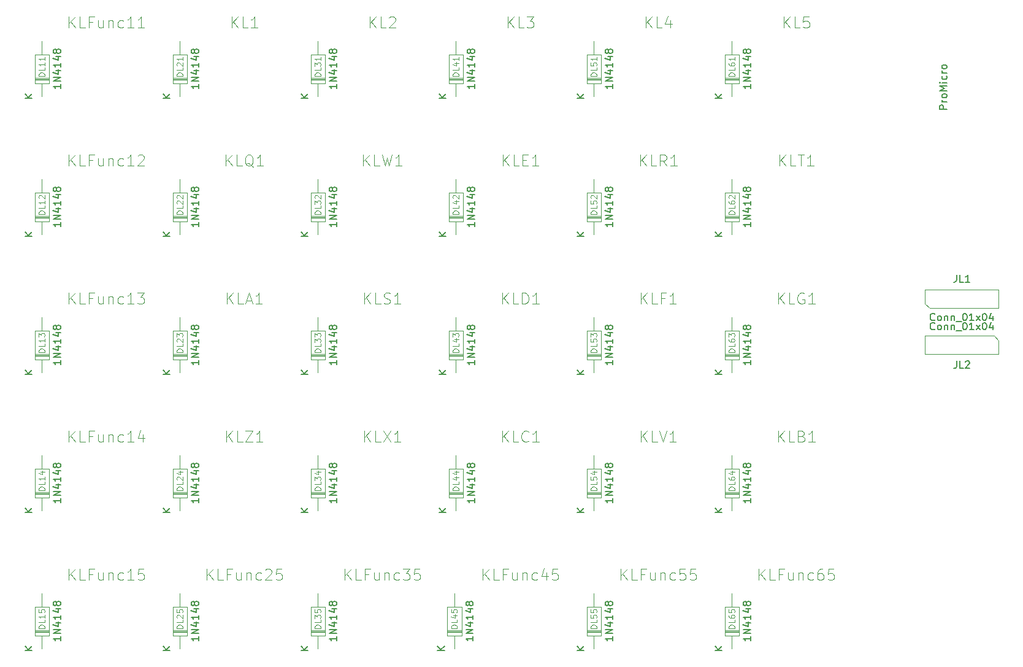
<source format=gbr>
%TF.GenerationSoftware,KiCad,Pcbnew,(5.1.9)-1*%
%TF.CreationDate,2021-03-27T16:35:30+07:00*%
%TF.ProjectId,LetsSplit256,4c657473-5370-46c6-9974-3235362e6b69,rev?*%
%TF.SameCoordinates,Original*%
%TF.FileFunction,Other,Fab,Top*%
%FSLAX46Y46*%
G04 Gerber Fmt 4.6, Leading zero omitted, Abs format (unit mm)*
G04 Created by KiCad (PCBNEW (5.1.9)-1) date 2021-03-27 16:35:30*
%MOMM*%
%LPD*%
G01*
G04 APERTURE LIST*
%ADD10C,0.100000*%
%ADD11C,0.150000*%
%ADD12C,0.050000*%
%ADD13C,0.120000*%
G04 APERTURE END LIST*
D10*
%TO.C,JL1*%
X148590000Y-81915000D02*
X148590000Y-80010000D01*
X148590000Y-80010000D02*
X158750000Y-80010000D01*
X158750000Y-80010000D02*
X158750000Y-82550000D01*
X158750000Y-82550000D02*
X149225000Y-82550000D01*
X149225000Y-82550000D02*
X148590000Y-81915000D01*
%TO.C,JL2*%
X158750000Y-86995000D02*
X158750000Y-88900000D01*
X158750000Y-88900000D02*
X148590000Y-88900000D01*
X148590000Y-88900000D02*
X148590000Y-86360000D01*
X148590000Y-86360000D02*
X158115000Y-86360000D01*
X158115000Y-86360000D02*
X158750000Y-86995000D01*
%TO.C,DL65*%
X120920000Y-127230000D02*
X122920000Y-127230000D01*
X120920000Y-127030000D02*
X122920000Y-127030000D01*
X120920000Y-127130000D02*
X122920000Y-127130000D01*
X121920000Y-121920000D02*
X121920000Y-123730000D01*
X121920000Y-129540000D02*
X121920000Y-127730000D01*
X120920000Y-123730000D02*
X120920000Y-127730000D01*
X122920000Y-123730000D02*
X120920000Y-123730000D01*
X122920000Y-127730000D02*
X122920000Y-123730000D01*
X120920000Y-127730000D02*
X122920000Y-127730000D01*
%TO.C,DL64*%
X120920000Y-108680000D02*
X122920000Y-108680000D01*
X122920000Y-108680000D02*
X122920000Y-104680000D01*
X122920000Y-104680000D02*
X120920000Y-104680000D01*
X120920000Y-104680000D02*
X120920000Y-108680000D01*
X121920000Y-110490000D02*
X121920000Y-108680000D01*
X121920000Y-102870000D02*
X121920000Y-104680000D01*
X120920000Y-108080000D02*
X122920000Y-108080000D01*
X120920000Y-107980000D02*
X122920000Y-107980000D01*
X120920000Y-108180000D02*
X122920000Y-108180000D01*
%TO.C,DL63*%
X120920000Y-89130000D02*
X122920000Y-89130000D01*
X120920000Y-88930000D02*
X122920000Y-88930000D01*
X120920000Y-89030000D02*
X122920000Y-89030000D01*
X121920000Y-83820000D02*
X121920000Y-85630000D01*
X121920000Y-91440000D02*
X121920000Y-89630000D01*
X120920000Y-85630000D02*
X120920000Y-89630000D01*
X122920000Y-85630000D02*
X120920000Y-85630000D01*
X122920000Y-89630000D02*
X122920000Y-85630000D01*
X120920000Y-89630000D02*
X122920000Y-89630000D01*
%TO.C,DL62*%
X120920000Y-70080000D02*
X122920000Y-70080000D01*
X120920000Y-69880000D02*
X122920000Y-69880000D01*
X120920000Y-69980000D02*
X122920000Y-69980000D01*
X121920000Y-64770000D02*
X121920000Y-66580000D01*
X121920000Y-72390000D02*
X121920000Y-70580000D01*
X120920000Y-66580000D02*
X120920000Y-70580000D01*
X122920000Y-66580000D02*
X120920000Y-66580000D01*
X122920000Y-70580000D02*
X122920000Y-66580000D01*
X120920000Y-70580000D02*
X122920000Y-70580000D01*
%TO.C,DL61*%
X120920000Y-51030000D02*
X122920000Y-51030000D01*
X120920000Y-50830000D02*
X122920000Y-50830000D01*
X120920000Y-50930000D02*
X122920000Y-50930000D01*
X121920000Y-45720000D02*
X121920000Y-47530000D01*
X121920000Y-53340000D02*
X121920000Y-51530000D01*
X120920000Y-47530000D02*
X120920000Y-51530000D01*
X122920000Y-47530000D02*
X120920000Y-47530000D01*
X122920000Y-51530000D02*
X122920000Y-47530000D01*
X120920000Y-51530000D02*
X122920000Y-51530000D01*
%TO.C,DL55*%
X101870000Y-127730000D02*
X103870000Y-127730000D01*
X103870000Y-127730000D02*
X103870000Y-123730000D01*
X103870000Y-123730000D02*
X101870000Y-123730000D01*
X101870000Y-123730000D02*
X101870000Y-127730000D01*
X102870000Y-129540000D02*
X102870000Y-127730000D01*
X102870000Y-121920000D02*
X102870000Y-123730000D01*
X101870000Y-127130000D02*
X103870000Y-127130000D01*
X101870000Y-127030000D02*
X103870000Y-127030000D01*
X101870000Y-127230000D02*
X103870000Y-127230000D01*
%TO.C,DL54*%
X101870000Y-108180000D02*
X103870000Y-108180000D01*
X101870000Y-107980000D02*
X103870000Y-107980000D01*
X101870000Y-108080000D02*
X103870000Y-108080000D01*
X102870000Y-102870000D02*
X102870000Y-104680000D01*
X102870000Y-110490000D02*
X102870000Y-108680000D01*
X101870000Y-104680000D02*
X101870000Y-108680000D01*
X103870000Y-104680000D02*
X101870000Y-104680000D01*
X103870000Y-108680000D02*
X103870000Y-104680000D01*
X101870000Y-108680000D02*
X103870000Y-108680000D01*
%TO.C,DL53*%
X101870000Y-89630000D02*
X103870000Y-89630000D01*
X103870000Y-89630000D02*
X103870000Y-85630000D01*
X103870000Y-85630000D02*
X101870000Y-85630000D01*
X101870000Y-85630000D02*
X101870000Y-89630000D01*
X102870000Y-91440000D02*
X102870000Y-89630000D01*
X102870000Y-83820000D02*
X102870000Y-85630000D01*
X101870000Y-89030000D02*
X103870000Y-89030000D01*
X101870000Y-88930000D02*
X103870000Y-88930000D01*
X101870000Y-89130000D02*
X103870000Y-89130000D01*
%TO.C,DL52*%
X101870000Y-70580000D02*
X103870000Y-70580000D01*
X103870000Y-70580000D02*
X103870000Y-66580000D01*
X103870000Y-66580000D02*
X101870000Y-66580000D01*
X101870000Y-66580000D02*
X101870000Y-70580000D01*
X102870000Y-72390000D02*
X102870000Y-70580000D01*
X102870000Y-64770000D02*
X102870000Y-66580000D01*
X101870000Y-69980000D02*
X103870000Y-69980000D01*
X101870000Y-69880000D02*
X103870000Y-69880000D01*
X101870000Y-70080000D02*
X103870000Y-70080000D01*
%TO.C,DL51*%
X101870000Y-51530000D02*
X103870000Y-51530000D01*
X103870000Y-51530000D02*
X103870000Y-47530000D01*
X103870000Y-47530000D02*
X101870000Y-47530000D01*
X101870000Y-47530000D02*
X101870000Y-51530000D01*
X102870000Y-53340000D02*
X102870000Y-51530000D01*
X102870000Y-45720000D02*
X102870000Y-47530000D01*
X101870000Y-50930000D02*
X103870000Y-50930000D01*
X101870000Y-50830000D02*
X103870000Y-50830000D01*
X101870000Y-51030000D02*
X103870000Y-51030000D01*
%TO.C,DL45*%
X82615001Y-127230000D02*
X84615001Y-127230000D01*
X82615001Y-127030000D02*
X84615001Y-127030000D01*
X82615001Y-127130000D02*
X84615001Y-127130000D01*
X83615001Y-121920000D02*
X83615001Y-123730000D01*
X83615001Y-129540000D02*
X83615001Y-127730000D01*
X82615001Y-123730000D02*
X82615001Y-127730000D01*
X84615001Y-123730000D02*
X82615001Y-123730000D01*
X84615001Y-127730000D02*
X84615001Y-123730000D01*
X82615001Y-127730000D02*
X84615001Y-127730000D01*
%TO.C,DL44*%
X82820000Y-108680000D02*
X84820000Y-108680000D01*
X84820000Y-108680000D02*
X84820000Y-104680000D01*
X84820000Y-104680000D02*
X82820000Y-104680000D01*
X82820000Y-104680000D02*
X82820000Y-108680000D01*
X83820000Y-110490000D02*
X83820000Y-108680000D01*
X83820000Y-102870000D02*
X83820000Y-104680000D01*
X82820000Y-108080000D02*
X84820000Y-108080000D01*
X82820000Y-107980000D02*
X84820000Y-107980000D01*
X82820000Y-108180000D02*
X84820000Y-108180000D01*
%TO.C,DL43*%
X82820000Y-89130000D02*
X84820000Y-89130000D01*
X82820000Y-88930000D02*
X84820000Y-88930000D01*
X82820000Y-89030000D02*
X84820000Y-89030000D01*
X83820000Y-83820000D02*
X83820000Y-85630000D01*
X83820000Y-91440000D02*
X83820000Y-89630000D01*
X82820000Y-85630000D02*
X82820000Y-89630000D01*
X84820000Y-85630000D02*
X82820000Y-85630000D01*
X84820000Y-89630000D02*
X84820000Y-85630000D01*
X82820000Y-89630000D02*
X84820000Y-89630000D01*
%TO.C,DL42*%
X82820000Y-70080000D02*
X84820000Y-70080000D01*
X82820000Y-69880000D02*
X84820000Y-69880000D01*
X82820000Y-69980000D02*
X84820000Y-69980000D01*
X83820000Y-64770000D02*
X83820000Y-66580000D01*
X83820000Y-72390000D02*
X83820000Y-70580000D01*
X82820000Y-66580000D02*
X82820000Y-70580000D01*
X84820000Y-66580000D02*
X82820000Y-66580000D01*
X84820000Y-70580000D02*
X84820000Y-66580000D01*
X82820000Y-70580000D02*
X84820000Y-70580000D01*
%TO.C,DL41*%
X82820000Y-51030000D02*
X84820000Y-51030000D01*
X82820000Y-50830000D02*
X84820000Y-50830000D01*
X82820000Y-50930000D02*
X84820000Y-50930000D01*
X83820000Y-45720000D02*
X83820000Y-47530000D01*
X83820000Y-53340000D02*
X83820000Y-51530000D01*
X82820000Y-47530000D02*
X82820000Y-51530000D01*
X84820000Y-47530000D02*
X82820000Y-47530000D01*
X84820000Y-51530000D02*
X84820000Y-47530000D01*
X82820000Y-51530000D02*
X84820000Y-51530000D01*
%TO.C,DL35*%
X63770000Y-127730000D02*
X65770000Y-127730000D01*
X65770000Y-127730000D02*
X65770000Y-123730000D01*
X65770000Y-123730000D02*
X63770000Y-123730000D01*
X63770000Y-123730000D02*
X63770000Y-127730000D01*
X64770000Y-129540000D02*
X64770000Y-127730000D01*
X64770000Y-121920000D02*
X64770000Y-123730000D01*
X63770000Y-127130000D02*
X65770000Y-127130000D01*
X63770000Y-127030000D02*
X65770000Y-127030000D01*
X63770000Y-127230000D02*
X65770000Y-127230000D01*
%TO.C,DL34*%
X63770000Y-108180000D02*
X65770000Y-108180000D01*
X63770000Y-107980000D02*
X65770000Y-107980000D01*
X63770000Y-108080000D02*
X65770000Y-108080000D01*
X64770000Y-102870000D02*
X64770000Y-104680000D01*
X64770000Y-110490000D02*
X64770000Y-108680000D01*
X63770000Y-104680000D02*
X63770000Y-108680000D01*
X65770000Y-104680000D02*
X63770000Y-104680000D01*
X65770000Y-108680000D02*
X65770000Y-104680000D01*
X63770000Y-108680000D02*
X65770000Y-108680000D01*
%TO.C,DL33*%
X63770000Y-89630000D02*
X65770000Y-89630000D01*
X65770000Y-89630000D02*
X65770000Y-85630000D01*
X65770000Y-85630000D02*
X63770000Y-85630000D01*
X63770000Y-85630000D02*
X63770000Y-89630000D01*
X64770000Y-91440000D02*
X64770000Y-89630000D01*
X64770000Y-83820000D02*
X64770000Y-85630000D01*
X63770000Y-89030000D02*
X65770000Y-89030000D01*
X63770000Y-88930000D02*
X65770000Y-88930000D01*
X63770000Y-89130000D02*
X65770000Y-89130000D01*
%TO.C,DL32*%
X63770000Y-70580000D02*
X65770000Y-70580000D01*
X65770000Y-70580000D02*
X65770000Y-66580000D01*
X65770000Y-66580000D02*
X63770000Y-66580000D01*
X63770000Y-66580000D02*
X63770000Y-70580000D01*
X64770000Y-72390000D02*
X64770000Y-70580000D01*
X64770000Y-64770000D02*
X64770000Y-66580000D01*
X63770000Y-69980000D02*
X65770000Y-69980000D01*
X63770000Y-69880000D02*
X65770000Y-69880000D01*
X63770000Y-70080000D02*
X65770000Y-70080000D01*
%TO.C,DL31*%
X63770000Y-51530000D02*
X65770000Y-51530000D01*
X65770000Y-51530000D02*
X65770000Y-47530000D01*
X65770000Y-47530000D02*
X63770000Y-47530000D01*
X63770000Y-47530000D02*
X63770000Y-51530000D01*
X64770000Y-53340000D02*
X64770000Y-51530000D01*
X64770000Y-45720000D02*
X64770000Y-47530000D01*
X63770000Y-50930000D02*
X65770000Y-50930000D01*
X63770000Y-50830000D02*
X65770000Y-50830000D01*
X63770000Y-51030000D02*
X65770000Y-51030000D01*
%TO.C,DL25*%
X44720000Y-127230000D02*
X46720000Y-127230000D01*
X44720000Y-127030000D02*
X46720000Y-127030000D01*
X44720000Y-127130000D02*
X46720000Y-127130000D01*
X45720000Y-121920000D02*
X45720000Y-123730000D01*
X45720000Y-129540000D02*
X45720000Y-127730000D01*
X44720000Y-123730000D02*
X44720000Y-127730000D01*
X46720000Y-123730000D02*
X44720000Y-123730000D01*
X46720000Y-127730000D02*
X46720000Y-123730000D01*
X44720000Y-127730000D02*
X46720000Y-127730000D01*
%TO.C,DL24*%
X44720000Y-108680000D02*
X46720000Y-108680000D01*
X46720000Y-108680000D02*
X46720000Y-104680000D01*
X46720000Y-104680000D02*
X44720000Y-104680000D01*
X44720000Y-104680000D02*
X44720000Y-108680000D01*
X45720000Y-110490000D02*
X45720000Y-108680000D01*
X45720000Y-102870000D02*
X45720000Y-104680000D01*
X44720000Y-108080000D02*
X46720000Y-108080000D01*
X44720000Y-107980000D02*
X46720000Y-107980000D01*
X44720000Y-108180000D02*
X46720000Y-108180000D01*
%TO.C,DL23*%
X44720000Y-89130000D02*
X46720000Y-89130000D01*
X44720000Y-88930000D02*
X46720000Y-88930000D01*
X44720000Y-89030000D02*
X46720000Y-89030000D01*
X45720000Y-83820000D02*
X45720000Y-85630000D01*
X45720000Y-91440000D02*
X45720000Y-89630000D01*
X44720000Y-85630000D02*
X44720000Y-89630000D01*
X46720000Y-85630000D02*
X44720000Y-85630000D01*
X46720000Y-89630000D02*
X46720000Y-85630000D01*
X44720000Y-89630000D02*
X46720000Y-89630000D01*
%TO.C,DL22*%
X44720000Y-70580000D02*
X46720000Y-70580000D01*
X46720000Y-70580000D02*
X46720000Y-66580000D01*
X46720000Y-66580000D02*
X44720000Y-66580000D01*
X44720000Y-66580000D02*
X44720000Y-70580000D01*
X45720000Y-72390000D02*
X45720000Y-70580000D01*
X45720000Y-64770000D02*
X45720000Y-66580000D01*
X44720000Y-69980000D02*
X46720000Y-69980000D01*
X44720000Y-69880000D02*
X46720000Y-69880000D01*
X44720000Y-70080000D02*
X46720000Y-70080000D01*
%TO.C,DL21*%
X44720000Y-51030000D02*
X46720000Y-51030000D01*
X44720000Y-50830000D02*
X46720000Y-50830000D01*
X44720000Y-50930000D02*
X46720000Y-50930000D01*
X45720000Y-45720000D02*
X45720000Y-47530000D01*
X45720000Y-53340000D02*
X45720000Y-51530000D01*
X44720000Y-47530000D02*
X44720000Y-51530000D01*
X46720000Y-47530000D02*
X44720000Y-47530000D01*
X46720000Y-51530000D02*
X46720000Y-47530000D01*
X44720000Y-51530000D02*
X46720000Y-51530000D01*
%TO.C,DL15*%
X25670000Y-127730000D02*
X27670000Y-127730000D01*
X27670000Y-127730000D02*
X27670000Y-123730000D01*
X27670000Y-123730000D02*
X25670000Y-123730000D01*
X25670000Y-123730000D02*
X25670000Y-127730000D01*
X26670000Y-129540000D02*
X26670000Y-127730000D01*
X26670000Y-121920000D02*
X26670000Y-123730000D01*
X25670000Y-127130000D02*
X27670000Y-127130000D01*
X25670000Y-127030000D02*
X27670000Y-127030000D01*
X25670000Y-127230000D02*
X27670000Y-127230000D01*
%TO.C,DL14*%
X25670000Y-108680000D02*
X27670000Y-108680000D01*
X27670000Y-108680000D02*
X27670000Y-104680000D01*
X27670000Y-104680000D02*
X25670000Y-104680000D01*
X25670000Y-104680000D02*
X25670000Y-108680000D01*
X26670000Y-110490000D02*
X26670000Y-108680000D01*
X26670000Y-102870000D02*
X26670000Y-104680000D01*
X25670000Y-108080000D02*
X27670000Y-108080000D01*
X25670000Y-107980000D02*
X27670000Y-107980000D01*
X25670000Y-108180000D02*
X27670000Y-108180000D01*
%TO.C,DL13*%
X25670000Y-89130000D02*
X27670000Y-89130000D01*
X25670000Y-88930000D02*
X27670000Y-88930000D01*
X25670000Y-89030000D02*
X27670000Y-89030000D01*
X26670000Y-83820000D02*
X26670000Y-85630000D01*
X26670000Y-91440000D02*
X26670000Y-89630000D01*
X25670000Y-85630000D02*
X25670000Y-89630000D01*
X27670000Y-85630000D02*
X25670000Y-85630000D01*
X27670000Y-89630000D02*
X27670000Y-85630000D01*
X25670000Y-89630000D02*
X27670000Y-89630000D01*
%TO.C,DL12*%
X25670000Y-70080000D02*
X27670000Y-70080000D01*
X25670000Y-69880000D02*
X27670000Y-69880000D01*
X25670000Y-69980000D02*
X27670000Y-69980000D01*
X26670000Y-64770000D02*
X26670000Y-66580000D01*
X26670000Y-72390000D02*
X26670000Y-70580000D01*
X25670000Y-66580000D02*
X25670000Y-70580000D01*
X27670000Y-66580000D02*
X25670000Y-66580000D01*
X27670000Y-70580000D02*
X27670000Y-66580000D01*
X25670000Y-70580000D02*
X27670000Y-70580000D01*
%TO.C,DL11*%
X25670000Y-51530000D02*
X27670000Y-51530000D01*
X27670000Y-51530000D02*
X27670000Y-47530000D01*
X27670000Y-47530000D02*
X25670000Y-47530000D01*
X25670000Y-47530000D02*
X25670000Y-51530000D01*
X26670000Y-53340000D02*
X26670000Y-51530000D01*
X26670000Y-45720000D02*
X26670000Y-47530000D01*
X25670000Y-50930000D02*
X27670000Y-50930000D01*
X25670000Y-50830000D02*
X27670000Y-50830000D01*
X25670000Y-51030000D02*
X27670000Y-51030000D01*
%TD*%
%TO.C,JL1*%
D11*
X149931904Y-84177142D02*
X149884285Y-84224761D01*
X149741428Y-84272380D01*
X149646190Y-84272380D01*
X149503333Y-84224761D01*
X149408095Y-84129523D01*
X149360476Y-84034285D01*
X149312857Y-83843809D01*
X149312857Y-83700952D01*
X149360476Y-83510476D01*
X149408095Y-83415238D01*
X149503333Y-83320000D01*
X149646190Y-83272380D01*
X149741428Y-83272380D01*
X149884285Y-83320000D01*
X149931904Y-83367619D01*
X150503333Y-84272380D02*
X150408095Y-84224761D01*
X150360476Y-84177142D01*
X150312857Y-84081904D01*
X150312857Y-83796190D01*
X150360476Y-83700952D01*
X150408095Y-83653333D01*
X150503333Y-83605714D01*
X150646190Y-83605714D01*
X150741428Y-83653333D01*
X150789047Y-83700952D01*
X150836666Y-83796190D01*
X150836666Y-84081904D01*
X150789047Y-84177142D01*
X150741428Y-84224761D01*
X150646190Y-84272380D01*
X150503333Y-84272380D01*
X151265238Y-83605714D02*
X151265238Y-84272380D01*
X151265238Y-83700952D02*
X151312857Y-83653333D01*
X151408095Y-83605714D01*
X151550952Y-83605714D01*
X151646190Y-83653333D01*
X151693809Y-83748571D01*
X151693809Y-84272380D01*
X152170000Y-83605714D02*
X152170000Y-84272380D01*
X152170000Y-83700952D02*
X152217619Y-83653333D01*
X152312857Y-83605714D01*
X152455714Y-83605714D01*
X152550952Y-83653333D01*
X152598571Y-83748571D01*
X152598571Y-84272380D01*
X152836666Y-84367619D02*
X153598571Y-84367619D01*
X154027142Y-83272380D02*
X154122380Y-83272380D01*
X154217619Y-83320000D01*
X154265238Y-83367619D01*
X154312857Y-83462857D01*
X154360476Y-83653333D01*
X154360476Y-83891428D01*
X154312857Y-84081904D01*
X154265238Y-84177142D01*
X154217619Y-84224761D01*
X154122380Y-84272380D01*
X154027142Y-84272380D01*
X153931904Y-84224761D01*
X153884285Y-84177142D01*
X153836666Y-84081904D01*
X153789047Y-83891428D01*
X153789047Y-83653333D01*
X153836666Y-83462857D01*
X153884285Y-83367619D01*
X153931904Y-83320000D01*
X154027142Y-83272380D01*
X155312857Y-84272380D02*
X154741428Y-84272380D01*
X155027142Y-84272380D02*
X155027142Y-83272380D01*
X154931904Y-83415238D01*
X154836666Y-83510476D01*
X154741428Y-83558095D01*
X155646190Y-84272380D02*
X156170000Y-83605714D01*
X155646190Y-83605714D02*
X156170000Y-84272380D01*
X156741428Y-83272380D02*
X156836666Y-83272380D01*
X156931904Y-83320000D01*
X156979523Y-83367619D01*
X157027142Y-83462857D01*
X157074761Y-83653333D01*
X157074761Y-83891428D01*
X157027142Y-84081904D01*
X156979523Y-84177142D01*
X156931904Y-84224761D01*
X156836666Y-84272380D01*
X156741428Y-84272380D01*
X156646190Y-84224761D01*
X156598571Y-84177142D01*
X156550952Y-84081904D01*
X156503333Y-83891428D01*
X156503333Y-83653333D01*
X156550952Y-83462857D01*
X156598571Y-83367619D01*
X156646190Y-83320000D01*
X156741428Y-83272380D01*
X157931904Y-83605714D02*
X157931904Y-84272380D01*
X157693809Y-83224761D02*
X157455714Y-83939047D01*
X158074761Y-83939047D01*
X152931904Y-77962380D02*
X152931904Y-78676666D01*
X152884285Y-78819523D01*
X152789047Y-78914761D01*
X152646190Y-78962380D01*
X152550952Y-78962380D01*
X153884285Y-78962380D02*
X153408095Y-78962380D01*
X153408095Y-77962380D01*
X154741428Y-78962380D02*
X154170000Y-78962380D01*
X154455714Y-78962380D02*
X154455714Y-77962380D01*
X154360476Y-78105238D01*
X154265238Y-78200476D01*
X154170000Y-78248095D01*
%TO.C,JL2*%
X149931904Y-85447142D02*
X149884285Y-85494761D01*
X149741428Y-85542380D01*
X149646190Y-85542380D01*
X149503333Y-85494761D01*
X149408095Y-85399523D01*
X149360476Y-85304285D01*
X149312857Y-85113809D01*
X149312857Y-84970952D01*
X149360476Y-84780476D01*
X149408095Y-84685238D01*
X149503333Y-84590000D01*
X149646190Y-84542380D01*
X149741428Y-84542380D01*
X149884285Y-84590000D01*
X149931904Y-84637619D01*
X150503333Y-85542380D02*
X150408095Y-85494761D01*
X150360476Y-85447142D01*
X150312857Y-85351904D01*
X150312857Y-85066190D01*
X150360476Y-84970952D01*
X150408095Y-84923333D01*
X150503333Y-84875714D01*
X150646190Y-84875714D01*
X150741428Y-84923333D01*
X150789047Y-84970952D01*
X150836666Y-85066190D01*
X150836666Y-85351904D01*
X150789047Y-85447142D01*
X150741428Y-85494761D01*
X150646190Y-85542380D01*
X150503333Y-85542380D01*
X151265238Y-84875714D02*
X151265238Y-85542380D01*
X151265238Y-84970952D02*
X151312857Y-84923333D01*
X151408095Y-84875714D01*
X151550952Y-84875714D01*
X151646190Y-84923333D01*
X151693809Y-85018571D01*
X151693809Y-85542380D01*
X152170000Y-84875714D02*
X152170000Y-85542380D01*
X152170000Y-84970952D02*
X152217619Y-84923333D01*
X152312857Y-84875714D01*
X152455714Y-84875714D01*
X152550952Y-84923333D01*
X152598571Y-85018571D01*
X152598571Y-85542380D01*
X152836666Y-85637619D02*
X153598571Y-85637619D01*
X154027142Y-84542380D02*
X154122380Y-84542380D01*
X154217619Y-84590000D01*
X154265238Y-84637619D01*
X154312857Y-84732857D01*
X154360476Y-84923333D01*
X154360476Y-85161428D01*
X154312857Y-85351904D01*
X154265238Y-85447142D01*
X154217619Y-85494761D01*
X154122380Y-85542380D01*
X154027142Y-85542380D01*
X153931904Y-85494761D01*
X153884285Y-85447142D01*
X153836666Y-85351904D01*
X153789047Y-85161428D01*
X153789047Y-84923333D01*
X153836666Y-84732857D01*
X153884285Y-84637619D01*
X153931904Y-84590000D01*
X154027142Y-84542380D01*
X155312857Y-85542380D02*
X154741428Y-85542380D01*
X155027142Y-85542380D02*
X155027142Y-84542380D01*
X154931904Y-84685238D01*
X154836666Y-84780476D01*
X154741428Y-84828095D01*
X155646190Y-85542380D02*
X156170000Y-84875714D01*
X155646190Y-84875714D02*
X156170000Y-85542380D01*
X156741428Y-84542380D02*
X156836666Y-84542380D01*
X156931904Y-84590000D01*
X156979523Y-84637619D01*
X157027142Y-84732857D01*
X157074761Y-84923333D01*
X157074761Y-85161428D01*
X157027142Y-85351904D01*
X156979523Y-85447142D01*
X156931904Y-85494761D01*
X156836666Y-85542380D01*
X156741428Y-85542380D01*
X156646190Y-85494761D01*
X156598571Y-85447142D01*
X156550952Y-85351904D01*
X156503333Y-85161428D01*
X156503333Y-84923333D01*
X156550952Y-84732857D01*
X156598571Y-84637619D01*
X156646190Y-84590000D01*
X156741428Y-84542380D01*
X157931904Y-84875714D02*
X157931904Y-85542380D01*
X157693809Y-84494761D02*
X157455714Y-85209047D01*
X158074761Y-85209047D01*
X152931904Y-89852380D02*
X152931904Y-90566666D01*
X152884285Y-90709523D01*
X152789047Y-90804761D01*
X152646190Y-90852380D01*
X152550952Y-90852380D01*
X153884285Y-90852380D02*
X153408095Y-90852380D01*
X153408095Y-89852380D01*
X154170000Y-89947619D02*
X154217619Y-89900000D01*
X154312857Y-89852380D01*
X154550952Y-89852380D01*
X154646190Y-89900000D01*
X154693809Y-89947619D01*
X154741428Y-90042857D01*
X154741428Y-90138095D01*
X154693809Y-90280952D01*
X154122380Y-90852380D01*
X154741428Y-90852380D01*
%TO.C,KLZ1*%
D12*
X52142571Y-101019428D02*
X52142571Y-99495428D01*
X53013428Y-101019428D02*
X52360285Y-100148571D01*
X53013428Y-99495428D02*
X52142571Y-100366285D01*
X54392285Y-101019428D02*
X53666571Y-101019428D01*
X53666571Y-99495428D01*
X54755142Y-99495428D02*
X55771142Y-99495428D01*
X54755142Y-101019428D01*
X55771142Y-101019428D01*
X57150000Y-101019428D02*
X56279142Y-101019428D01*
X56714571Y-101019428D02*
X56714571Y-99495428D01*
X56569428Y-99713142D01*
X56424285Y-99858285D01*
X56279142Y-99930857D01*
%TO.C,KLX1*%
X71192571Y-101019428D02*
X71192571Y-99495428D01*
X72063428Y-101019428D02*
X71410285Y-100148571D01*
X72063428Y-99495428D02*
X71192571Y-100366285D01*
X73442285Y-101019428D02*
X72716571Y-101019428D01*
X72716571Y-99495428D01*
X73805142Y-99495428D02*
X74821142Y-101019428D01*
X74821142Y-99495428D02*
X73805142Y-101019428D01*
X76200000Y-101019428D02*
X75329142Y-101019428D01*
X75764571Y-101019428D02*
X75764571Y-99495428D01*
X75619428Y-99713142D01*
X75474285Y-99858285D01*
X75329142Y-99930857D01*
%TO.C,KLW1*%
X71047428Y-62919428D02*
X71047428Y-61395428D01*
X71918285Y-62919428D02*
X71265142Y-62048571D01*
X71918285Y-61395428D02*
X71047428Y-62266285D01*
X73297142Y-62919428D02*
X72571428Y-62919428D01*
X72571428Y-61395428D01*
X73660000Y-61395428D02*
X74022857Y-62919428D01*
X74313142Y-61830857D01*
X74603428Y-62919428D01*
X74966285Y-61395428D01*
X76345142Y-62919428D02*
X75474285Y-62919428D01*
X75909714Y-62919428D02*
X75909714Y-61395428D01*
X75764571Y-61613142D01*
X75619428Y-61758285D01*
X75474285Y-61830857D01*
%TO.C,KLV1*%
X109365142Y-101019428D02*
X109365142Y-99495428D01*
X110236000Y-101019428D02*
X109582857Y-100148571D01*
X110236000Y-99495428D02*
X109365142Y-100366285D01*
X111614857Y-101019428D02*
X110889142Y-101019428D01*
X110889142Y-99495428D01*
X111905142Y-99495428D02*
X112413142Y-101019428D01*
X112921142Y-99495428D01*
X114227428Y-101019428D02*
X113356571Y-101019428D01*
X113792000Y-101019428D02*
X113792000Y-99495428D01*
X113646857Y-99713142D01*
X113501714Y-99858285D01*
X113356571Y-99930857D01*
%TO.C,KLR1*%
X109256285Y-62919428D02*
X109256285Y-61395428D01*
X110127142Y-62919428D02*
X109474000Y-62048571D01*
X110127142Y-61395428D02*
X109256285Y-62266285D01*
X111506000Y-62919428D02*
X110780285Y-62919428D01*
X110780285Y-61395428D01*
X112884857Y-62919428D02*
X112376857Y-62193714D01*
X112014000Y-62919428D02*
X112014000Y-61395428D01*
X112594571Y-61395428D01*
X112739714Y-61468000D01*
X112812285Y-61540571D01*
X112884857Y-61685714D01*
X112884857Y-61903428D01*
X112812285Y-62048571D01*
X112739714Y-62121142D01*
X112594571Y-62193714D01*
X112014000Y-62193714D01*
X114336285Y-62919428D02*
X113465428Y-62919428D01*
X113900857Y-62919428D02*
X113900857Y-61395428D01*
X113755714Y-61613142D01*
X113610571Y-61758285D01*
X113465428Y-61830857D01*
%TO.C,KLQ1*%
X52070000Y-62919428D02*
X52070000Y-61395428D01*
X52940857Y-62919428D02*
X52287714Y-62048571D01*
X52940857Y-61395428D02*
X52070000Y-62266285D01*
X54319714Y-62919428D02*
X53594000Y-62919428D01*
X53594000Y-61395428D01*
X55843714Y-63064571D02*
X55698571Y-62992000D01*
X55553428Y-62846857D01*
X55335714Y-62629142D01*
X55190571Y-62556571D01*
X55045428Y-62556571D01*
X55118000Y-62919428D02*
X54972857Y-62846857D01*
X54827714Y-62701714D01*
X54755142Y-62411428D01*
X54755142Y-61903428D01*
X54827714Y-61613142D01*
X54972857Y-61468000D01*
X55118000Y-61395428D01*
X55408285Y-61395428D01*
X55553428Y-61468000D01*
X55698571Y-61613142D01*
X55771142Y-61903428D01*
X55771142Y-62411428D01*
X55698571Y-62701714D01*
X55553428Y-62846857D01*
X55408285Y-62919428D01*
X55118000Y-62919428D01*
X57222571Y-62919428D02*
X56351714Y-62919428D01*
X56787142Y-62919428D02*
X56787142Y-61395428D01*
X56642000Y-61613142D01*
X56496857Y-61758285D01*
X56351714Y-61830857D01*
%TO.C,KLFunc65*%
X125657428Y-120069428D02*
X125657428Y-118545428D01*
X126528285Y-120069428D02*
X125875142Y-119198571D01*
X126528285Y-118545428D02*
X125657428Y-119416285D01*
X127907142Y-120069428D02*
X127181428Y-120069428D01*
X127181428Y-118545428D01*
X128923142Y-119271142D02*
X128415142Y-119271142D01*
X128415142Y-120069428D02*
X128415142Y-118545428D01*
X129140857Y-118545428D01*
X130374571Y-119053428D02*
X130374571Y-120069428D01*
X129721428Y-119053428D02*
X129721428Y-119851714D01*
X129794000Y-119996857D01*
X129939142Y-120069428D01*
X130156857Y-120069428D01*
X130302000Y-119996857D01*
X130374571Y-119924285D01*
X131100285Y-119053428D02*
X131100285Y-120069428D01*
X131100285Y-119198571D02*
X131172857Y-119126000D01*
X131318000Y-119053428D01*
X131535714Y-119053428D01*
X131680857Y-119126000D01*
X131753428Y-119271142D01*
X131753428Y-120069428D01*
X133132285Y-119996857D02*
X132987142Y-120069428D01*
X132696857Y-120069428D01*
X132551714Y-119996857D01*
X132479142Y-119924285D01*
X132406571Y-119779142D01*
X132406571Y-119343714D01*
X132479142Y-119198571D01*
X132551714Y-119126000D01*
X132696857Y-119053428D01*
X132987142Y-119053428D01*
X133132285Y-119126000D01*
X134438571Y-118545428D02*
X134148285Y-118545428D01*
X134003142Y-118618000D01*
X133930571Y-118690571D01*
X133785428Y-118908285D01*
X133712857Y-119198571D01*
X133712857Y-119779142D01*
X133785428Y-119924285D01*
X133858000Y-119996857D01*
X134003142Y-120069428D01*
X134293428Y-120069428D01*
X134438571Y-119996857D01*
X134511142Y-119924285D01*
X134583714Y-119779142D01*
X134583714Y-119416285D01*
X134511142Y-119271142D01*
X134438571Y-119198571D01*
X134293428Y-119126000D01*
X134003142Y-119126000D01*
X133858000Y-119198571D01*
X133785428Y-119271142D01*
X133712857Y-119416285D01*
X135962571Y-118545428D02*
X135236857Y-118545428D01*
X135164285Y-119271142D01*
X135236857Y-119198571D01*
X135382000Y-119126000D01*
X135744857Y-119126000D01*
X135890000Y-119198571D01*
X135962571Y-119271142D01*
X136035142Y-119416285D01*
X136035142Y-119779142D01*
X135962571Y-119924285D01*
X135890000Y-119996857D01*
X135744857Y-120069428D01*
X135382000Y-120069428D01*
X135236857Y-119996857D01*
X135164285Y-119924285D01*
%TO.C,KLFunc55*%
X106607428Y-120069428D02*
X106607428Y-118545428D01*
X107478285Y-120069428D02*
X106825142Y-119198571D01*
X107478285Y-118545428D02*
X106607428Y-119416285D01*
X108857142Y-120069428D02*
X108131428Y-120069428D01*
X108131428Y-118545428D01*
X109873142Y-119271142D02*
X109365142Y-119271142D01*
X109365142Y-120069428D02*
X109365142Y-118545428D01*
X110090857Y-118545428D01*
X111324571Y-119053428D02*
X111324571Y-120069428D01*
X110671428Y-119053428D02*
X110671428Y-119851714D01*
X110744000Y-119996857D01*
X110889142Y-120069428D01*
X111106857Y-120069428D01*
X111252000Y-119996857D01*
X111324571Y-119924285D01*
X112050285Y-119053428D02*
X112050285Y-120069428D01*
X112050285Y-119198571D02*
X112122857Y-119126000D01*
X112268000Y-119053428D01*
X112485714Y-119053428D01*
X112630857Y-119126000D01*
X112703428Y-119271142D01*
X112703428Y-120069428D01*
X114082285Y-119996857D02*
X113937142Y-120069428D01*
X113646857Y-120069428D01*
X113501714Y-119996857D01*
X113429142Y-119924285D01*
X113356571Y-119779142D01*
X113356571Y-119343714D01*
X113429142Y-119198571D01*
X113501714Y-119126000D01*
X113646857Y-119053428D01*
X113937142Y-119053428D01*
X114082285Y-119126000D01*
X115461142Y-118545428D02*
X114735428Y-118545428D01*
X114662857Y-119271142D01*
X114735428Y-119198571D01*
X114880571Y-119126000D01*
X115243428Y-119126000D01*
X115388571Y-119198571D01*
X115461142Y-119271142D01*
X115533714Y-119416285D01*
X115533714Y-119779142D01*
X115461142Y-119924285D01*
X115388571Y-119996857D01*
X115243428Y-120069428D01*
X114880571Y-120069428D01*
X114735428Y-119996857D01*
X114662857Y-119924285D01*
X116912571Y-118545428D02*
X116186857Y-118545428D01*
X116114285Y-119271142D01*
X116186857Y-119198571D01*
X116332000Y-119126000D01*
X116694857Y-119126000D01*
X116840000Y-119198571D01*
X116912571Y-119271142D01*
X116985142Y-119416285D01*
X116985142Y-119779142D01*
X116912571Y-119924285D01*
X116840000Y-119996857D01*
X116694857Y-120069428D01*
X116332000Y-120069428D01*
X116186857Y-119996857D01*
X116114285Y-119924285D01*
%TO.C,KLFunc35*%
X68507428Y-120069428D02*
X68507428Y-118545428D01*
X69378285Y-120069428D02*
X68725142Y-119198571D01*
X69378285Y-118545428D02*
X68507428Y-119416285D01*
X70757142Y-120069428D02*
X70031428Y-120069428D01*
X70031428Y-118545428D01*
X71773142Y-119271142D02*
X71265142Y-119271142D01*
X71265142Y-120069428D02*
X71265142Y-118545428D01*
X71990857Y-118545428D01*
X73224571Y-119053428D02*
X73224571Y-120069428D01*
X72571428Y-119053428D02*
X72571428Y-119851714D01*
X72644000Y-119996857D01*
X72789142Y-120069428D01*
X73006857Y-120069428D01*
X73152000Y-119996857D01*
X73224571Y-119924285D01*
X73950285Y-119053428D02*
X73950285Y-120069428D01*
X73950285Y-119198571D02*
X74022857Y-119126000D01*
X74168000Y-119053428D01*
X74385714Y-119053428D01*
X74530857Y-119126000D01*
X74603428Y-119271142D01*
X74603428Y-120069428D01*
X75982285Y-119996857D02*
X75837142Y-120069428D01*
X75546857Y-120069428D01*
X75401714Y-119996857D01*
X75329142Y-119924285D01*
X75256571Y-119779142D01*
X75256571Y-119343714D01*
X75329142Y-119198571D01*
X75401714Y-119126000D01*
X75546857Y-119053428D01*
X75837142Y-119053428D01*
X75982285Y-119126000D01*
X76490285Y-118545428D02*
X77433714Y-118545428D01*
X76925714Y-119126000D01*
X77143428Y-119126000D01*
X77288571Y-119198571D01*
X77361142Y-119271142D01*
X77433714Y-119416285D01*
X77433714Y-119779142D01*
X77361142Y-119924285D01*
X77288571Y-119996857D01*
X77143428Y-120069428D01*
X76708000Y-120069428D01*
X76562857Y-119996857D01*
X76490285Y-119924285D01*
X78812571Y-118545428D02*
X78086857Y-118545428D01*
X78014285Y-119271142D01*
X78086857Y-119198571D01*
X78232000Y-119126000D01*
X78594857Y-119126000D01*
X78740000Y-119198571D01*
X78812571Y-119271142D01*
X78885142Y-119416285D01*
X78885142Y-119779142D01*
X78812571Y-119924285D01*
X78740000Y-119996857D01*
X78594857Y-120069428D01*
X78232000Y-120069428D01*
X78086857Y-119996857D01*
X78014285Y-119924285D01*
%TO.C,KLFunc25*%
X49457428Y-120069428D02*
X49457428Y-118545428D01*
X50328285Y-120069428D02*
X49675142Y-119198571D01*
X50328285Y-118545428D02*
X49457428Y-119416285D01*
X51707142Y-120069428D02*
X50981428Y-120069428D01*
X50981428Y-118545428D01*
X52723142Y-119271142D02*
X52215142Y-119271142D01*
X52215142Y-120069428D02*
X52215142Y-118545428D01*
X52940857Y-118545428D01*
X54174571Y-119053428D02*
X54174571Y-120069428D01*
X53521428Y-119053428D02*
X53521428Y-119851714D01*
X53594000Y-119996857D01*
X53739142Y-120069428D01*
X53956857Y-120069428D01*
X54102000Y-119996857D01*
X54174571Y-119924285D01*
X54900285Y-119053428D02*
X54900285Y-120069428D01*
X54900285Y-119198571D02*
X54972857Y-119126000D01*
X55118000Y-119053428D01*
X55335714Y-119053428D01*
X55480857Y-119126000D01*
X55553428Y-119271142D01*
X55553428Y-120069428D01*
X56932285Y-119996857D02*
X56787142Y-120069428D01*
X56496857Y-120069428D01*
X56351714Y-119996857D01*
X56279142Y-119924285D01*
X56206571Y-119779142D01*
X56206571Y-119343714D01*
X56279142Y-119198571D01*
X56351714Y-119126000D01*
X56496857Y-119053428D01*
X56787142Y-119053428D01*
X56932285Y-119126000D01*
X57512857Y-118690571D02*
X57585428Y-118618000D01*
X57730571Y-118545428D01*
X58093428Y-118545428D01*
X58238571Y-118618000D01*
X58311142Y-118690571D01*
X58383714Y-118835714D01*
X58383714Y-118980857D01*
X58311142Y-119198571D01*
X57440285Y-120069428D01*
X58383714Y-120069428D01*
X59762571Y-118545428D02*
X59036857Y-118545428D01*
X58964285Y-119271142D01*
X59036857Y-119198571D01*
X59182000Y-119126000D01*
X59544857Y-119126000D01*
X59690000Y-119198571D01*
X59762571Y-119271142D01*
X59835142Y-119416285D01*
X59835142Y-119779142D01*
X59762571Y-119924285D01*
X59690000Y-119996857D01*
X59544857Y-120069428D01*
X59182000Y-120069428D01*
X59036857Y-119996857D01*
X58964285Y-119924285D01*
%TO.C,KLFunc15*%
X30407428Y-120069428D02*
X30407428Y-118545428D01*
X31278285Y-120069428D02*
X30625142Y-119198571D01*
X31278285Y-118545428D02*
X30407428Y-119416285D01*
X32657142Y-120069428D02*
X31931428Y-120069428D01*
X31931428Y-118545428D01*
X33673142Y-119271142D02*
X33165142Y-119271142D01*
X33165142Y-120069428D02*
X33165142Y-118545428D01*
X33890857Y-118545428D01*
X35124571Y-119053428D02*
X35124571Y-120069428D01*
X34471428Y-119053428D02*
X34471428Y-119851714D01*
X34544000Y-119996857D01*
X34689142Y-120069428D01*
X34906857Y-120069428D01*
X35052000Y-119996857D01*
X35124571Y-119924285D01*
X35850285Y-119053428D02*
X35850285Y-120069428D01*
X35850285Y-119198571D02*
X35922857Y-119126000D01*
X36068000Y-119053428D01*
X36285714Y-119053428D01*
X36430857Y-119126000D01*
X36503428Y-119271142D01*
X36503428Y-120069428D01*
X37882285Y-119996857D02*
X37737142Y-120069428D01*
X37446857Y-120069428D01*
X37301714Y-119996857D01*
X37229142Y-119924285D01*
X37156571Y-119779142D01*
X37156571Y-119343714D01*
X37229142Y-119198571D01*
X37301714Y-119126000D01*
X37446857Y-119053428D01*
X37737142Y-119053428D01*
X37882285Y-119126000D01*
X39333714Y-120069428D02*
X38462857Y-120069428D01*
X38898285Y-120069428D02*
X38898285Y-118545428D01*
X38753142Y-118763142D01*
X38608000Y-118908285D01*
X38462857Y-118980857D01*
X40712571Y-118545428D02*
X39986857Y-118545428D01*
X39914285Y-119271142D01*
X39986857Y-119198571D01*
X40132000Y-119126000D01*
X40494857Y-119126000D01*
X40640000Y-119198571D01*
X40712571Y-119271142D01*
X40785142Y-119416285D01*
X40785142Y-119779142D01*
X40712571Y-119924285D01*
X40640000Y-119996857D01*
X40494857Y-120069428D01*
X40132000Y-120069428D01*
X39986857Y-119996857D01*
X39914285Y-119924285D01*
%TO.C,KLFunc14*%
X30407428Y-101019428D02*
X30407428Y-99495428D01*
X31278285Y-101019428D02*
X30625142Y-100148571D01*
X31278285Y-99495428D02*
X30407428Y-100366285D01*
X32657142Y-101019428D02*
X31931428Y-101019428D01*
X31931428Y-99495428D01*
X33673142Y-100221142D02*
X33165142Y-100221142D01*
X33165142Y-101019428D02*
X33165142Y-99495428D01*
X33890857Y-99495428D01*
X35124571Y-100003428D02*
X35124571Y-101019428D01*
X34471428Y-100003428D02*
X34471428Y-100801714D01*
X34544000Y-100946857D01*
X34689142Y-101019428D01*
X34906857Y-101019428D01*
X35052000Y-100946857D01*
X35124571Y-100874285D01*
X35850285Y-100003428D02*
X35850285Y-101019428D01*
X35850285Y-100148571D02*
X35922857Y-100076000D01*
X36068000Y-100003428D01*
X36285714Y-100003428D01*
X36430857Y-100076000D01*
X36503428Y-100221142D01*
X36503428Y-101019428D01*
X37882285Y-100946857D02*
X37737142Y-101019428D01*
X37446857Y-101019428D01*
X37301714Y-100946857D01*
X37229142Y-100874285D01*
X37156571Y-100729142D01*
X37156571Y-100293714D01*
X37229142Y-100148571D01*
X37301714Y-100076000D01*
X37446857Y-100003428D01*
X37737142Y-100003428D01*
X37882285Y-100076000D01*
X39333714Y-101019428D02*
X38462857Y-101019428D01*
X38898285Y-101019428D02*
X38898285Y-99495428D01*
X38753142Y-99713142D01*
X38608000Y-99858285D01*
X38462857Y-99930857D01*
X40640000Y-100003428D02*
X40640000Y-101019428D01*
X40277142Y-99422857D02*
X39914285Y-100511428D01*
X40857714Y-100511428D01*
%TO.C,KLFunc13*%
X30407428Y-81969428D02*
X30407428Y-80445428D01*
X31278285Y-81969428D02*
X30625142Y-81098571D01*
X31278285Y-80445428D02*
X30407428Y-81316285D01*
X32657142Y-81969428D02*
X31931428Y-81969428D01*
X31931428Y-80445428D01*
X33673142Y-81171142D02*
X33165142Y-81171142D01*
X33165142Y-81969428D02*
X33165142Y-80445428D01*
X33890857Y-80445428D01*
X35124571Y-80953428D02*
X35124571Y-81969428D01*
X34471428Y-80953428D02*
X34471428Y-81751714D01*
X34544000Y-81896857D01*
X34689142Y-81969428D01*
X34906857Y-81969428D01*
X35052000Y-81896857D01*
X35124571Y-81824285D01*
X35850285Y-80953428D02*
X35850285Y-81969428D01*
X35850285Y-81098571D02*
X35922857Y-81026000D01*
X36068000Y-80953428D01*
X36285714Y-80953428D01*
X36430857Y-81026000D01*
X36503428Y-81171142D01*
X36503428Y-81969428D01*
X37882285Y-81896857D02*
X37737142Y-81969428D01*
X37446857Y-81969428D01*
X37301714Y-81896857D01*
X37229142Y-81824285D01*
X37156571Y-81679142D01*
X37156571Y-81243714D01*
X37229142Y-81098571D01*
X37301714Y-81026000D01*
X37446857Y-80953428D01*
X37737142Y-80953428D01*
X37882285Y-81026000D01*
X39333714Y-81969428D02*
X38462857Y-81969428D01*
X38898285Y-81969428D02*
X38898285Y-80445428D01*
X38753142Y-80663142D01*
X38608000Y-80808285D01*
X38462857Y-80880857D01*
X39841714Y-80445428D02*
X40785142Y-80445428D01*
X40277142Y-81026000D01*
X40494857Y-81026000D01*
X40640000Y-81098571D01*
X40712571Y-81171142D01*
X40785142Y-81316285D01*
X40785142Y-81679142D01*
X40712571Y-81824285D01*
X40640000Y-81896857D01*
X40494857Y-81969428D01*
X40059428Y-81969428D01*
X39914285Y-81896857D01*
X39841714Y-81824285D01*
%TO.C,KLFunc12*%
X30407428Y-62919428D02*
X30407428Y-61395428D01*
X31278285Y-62919428D02*
X30625142Y-62048571D01*
X31278285Y-61395428D02*
X30407428Y-62266285D01*
X32657142Y-62919428D02*
X31931428Y-62919428D01*
X31931428Y-61395428D01*
X33673142Y-62121142D02*
X33165142Y-62121142D01*
X33165142Y-62919428D02*
X33165142Y-61395428D01*
X33890857Y-61395428D01*
X35124571Y-61903428D02*
X35124571Y-62919428D01*
X34471428Y-61903428D02*
X34471428Y-62701714D01*
X34544000Y-62846857D01*
X34689142Y-62919428D01*
X34906857Y-62919428D01*
X35052000Y-62846857D01*
X35124571Y-62774285D01*
X35850285Y-61903428D02*
X35850285Y-62919428D01*
X35850285Y-62048571D02*
X35922857Y-61976000D01*
X36068000Y-61903428D01*
X36285714Y-61903428D01*
X36430857Y-61976000D01*
X36503428Y-62121142D01*
X36503428Y-62919428D01*
X37882285Y-62846857D02*
X37737142Y-62919428D01*
X37446857Y-62919428D01*
X37301714Y-62846857D01*
X37229142Y-62774285D01*
X37156571Y-62629142D01*
X37156571Y-62193714D01*
X37229142Y-62048571D01*
X37301714Y-61976000D01*
X37446857Y-61903428D01*
X37737142Y-61903428D01*
X37882285Y-61976000D01*
X39333714Y-62919428D02*
X38462857Y-62919428D01*
X38898285Y-62919428D02*
X38898285Y-61395428D01*
X38753142Y-61613142D01*
X38608000Y-61758285D01*
X38462857Y-61830857D01*
X39914285Y-61540571D02*
X39986857Y-61468000D01*
X40132000Y-61395428D01*
X40494857Y-61395428D01*
X40640000Y-61468000D01*
X40712571Y-61540571D01*
X40785142Y-61685714D01*
X40785142Y-61830857D01*
X40712571Y-62048571D01*
X39841714Y-62919428D01*
X40785142Y-62919428D01*
%TO.C,KLFunc11*%
X30407428Y-43869428D02*
X30407428Y-42345428D01*
X31278285Y-43869428D02*
X30625142Y-42998571D01*
X31278285Y-42345428D02*
X30407428Y-43216285D01*
X32657142Y-43869428D02*
X31931428Y-43869428D01*
X31931428Y-42345428D01*
X33673142Y-43071142D02*
X33165142Y-43071142D01*
X33165142Y-43869428D02*
X33165142Y-42345428D01*
X33890857Y-42345428D01*
X35124571Y-42853428D02*
X35124571Y-43869428D01*
X34471428Y-42853428D02*
X34471428Y-43651714D01*
X34544000Y-43796857D01*
X34689142Y-43869428D01*
X34906857Y-43869428D01*
X35052000Y-43796857D01*
X35124571Y-43724285D01*
X35850285Y-42853428D02*
X35850285Y-43869428D01*
X35850285Y-42998571D02*
X35922857Y-42926000D01*
X36068000Y-42853428D01*
X36285714Y-42853428D01*
X36430857Y-42926000D01*
X36503428Y-43071142D01*
X36503428Y-43869428D01*
X37882285Y-43796857D02*
X37737142Y-43869428D01*
X37446857Y-43869428D01*
X37301714Y-43796857D01*
X37229142Y-43724285D01*
X37156571Y-43579142D01*
X37156571Y-43143714D01*
X37229142Y-42998571D01*
X37301714Y-42926000D01*
X37446857Y-42853428D01*
X37737142Y-42853428D01*
X37882285Y-42926000D01*
X39333714Y-43869428D02*
X38462857Y-43869428D01*
X38898285Y-43869428D02*
X38898285Y-42345428D01*
X38753142Y-42563142D01*
X38608000Y-42708285D01*
X38462857Y-42780857D01*
X40785142Y-43869428D02*
X39914285Y-43869428D01*
X40349714Y-43869428D02*
X40349714Y-42345428D01*
X40204571Y-42563142D01*
X40059428Y-42708285D01*
X39914285Y-42780857D01*
%TO.C,KLF1*%
X109365142Y-81969428D02*
X109365142Y-80445428D01*
X110236000Y-81969428D02*
X109582857Y-81098571D01*
X110236000Y-80445428D02*
X109365142Y-81316285D01*
X111614857Y-81969428D02*
X110889142Y-81969428D01*
X110889142Y-80445428D01*
X112630857Y-81171142D02*
X112122857Y-81171142D01*
X112122857Y-81969428D02*
X112122857Y-80445428D01*
X112848571Y-80445428D01*
X114227428Y-81969428D02*
X113356571Y-81969428D01*
X113792000Y-81969428D02*
X113792000Y-80445428D01*
X113646857Y-80663142D01*
X113501714Y-80808285D01*
X113356571Y-80880857D01*
%TO.C,KLE1*%
X90278857Y-62919428D02*
X90278857Y-61395428D01*
X91149714Y-62919428D02*
X90496571Y-62048571D01*
X91149714Y-61395428D02*
X90278857Y-62266285D01*
X92528571Y-62919428D02*
X91802857Y-62919428D01*
X91802857Y-61395428D01*
X93036571Y-62121142D02*
X93544571Y-62121142D01*
X93762285Y-62919428D02*
X93036571Y-62919428D01*
X93036571Y-61395428D01*
X93762285Y-61395428D01*
X95213714Y-62919428D02*
X94342857Y-62919428D01*
X94778285Y-62919428D02*
X94778285Y-61395428D01*
X94633142Y-61613142D01*
X94488000Y-61758285D01*
X94342857Y-61830857D01*
%TO.C,KLD1*%
X90206285Y-81969428D02*
X90206285Y-80445428D01*
X91077142Y-81969428D02*
X90424000Y-81098571D01*
X91077142Y-80445428D02*
X90206285Y-81316285D01*
X92456000Y-81969428D02*
X91730285Y-81969428D01*
X91730285Y-80445428D01*
X92964000Y-81969428D02*
X92964000Y-80445428D01*
X93326857Y-80445428D01*
X93544571Y-80518000D01*
X93689714Y-80663142D01*
X93762285Y-80808285D01*
X93834857Y-81098571D01*
X93834857Y-81316285D01*
X93762285Y-81606571D01*
X93689714Y-81751714D01*
X93544571Y-81896857D01*
X93326857Y-81969428D01*
X92964000Y-81969428D01*
X95286285Y-81969428D02*
X94415428Y-81969428D01*
X94850857Y-81969428D02*
X94850857Y-80445428D01*
X94705714Y-80663142D01*
X94560571Y-80808285D01*
X94415428Y-80880857D01*
%TO.C,KLC1*%
X90206285Y-101019428D02*
X90206285Y-99495428D01*
X91077142Y-101019428D02*
X90424000Y-100148571D01*
X91077142Y-99495428D02*
X90206285Y-100366285D01*
X92456000Y-101019428D02*
X91730285Y-101019428D01*
X91730285Y-99495428D01*
X93834857Y-100874285D02*
X93762285Y-100946857D01*
X93544571Y-101019428D01*
X93399428Y-101019428D01*
X93181714Y-100946857D01*
X93036571Y-100801714D01*
X92964000Y-100656571D01*
X92891428Y-100366285D01*
X92891428Y-100148571D01*
X92964000Y-99858285D01*
X93036571Y-99713142D01*
X93181714Y-99568000D01*
X93399428Y-99495428D01*
X93544571Y-99495428D01*
X93762285Y-99568000D01*
X93834857Y-99640571D01*
X95286285Y-101019428D02*
X94415428Y-101019428D01*
X94850857Y-101019428D02*
X94850857Y-99495428D01*
X94705714Y-99713142D01*
X94560571Y-99858285D01*
X94415428Y-99930857D01*
%TO.C,KLB1*%
X128306285Y-101019428D02*
X128306285Y-99495428D01*
X129177142Y-101019428D02*
X128524000Y-100148571D01*
X129177142Y-99495428D02*
X128306285Y-100366285D01*
X130556000Y-101019428D02*
X129830285Y-101019428D01*
X129830285Y-99495428D01*
X131572000Y-100221142D02*
X131789714Y-100293714D01*
X131862285Y-100366285D01*
X131934857Y-100511428D01*
X131934857Y-100729142D01*
X131862285Y-100874285D01*
X131789714Y-100946857D01*
X131644571Y-101019428D01*
X131064000Y-101019428D01*
X131064000Y-99495428D01*
X131572000Y-99495428D01*
X131717142Y-99568000D01*
X131789714Y-99640571D01*
X131862285Y-99785714D01*
X131862285Y-99930857D01*
X131789714Y-100076000D01*
X131717142Y-100148571D01*
X131572000Y-100221142D01*
X131064000Y-100221142D01*
X133386285Y-101019428D02*
X132515428Y-101019428D01*
X132950857Y-101019428D02*
X132950857Y-99495428D01*
X132805714Y-99713142D01*
X132660571Y-99858285D01*
X132515428Y-99930857D01*
%TO.C,KLA1*%
X52215142Y-81969428D02*
X52215142Y-80445428D01*
X53086000Y-81969428D02*
X52432857Y-81098571D01*
X53086000Y-80445428D02*
X52215142Y-81316285D01*
X54464857Y-81969428D02*
X53739142Y-81969428D01*
X53739142Y-80445428D01*
X54900285Y-81534000D02*
X55626000Y-81534000D01*
X54755142Y-81969428D02*
X55263142Y-80445428D01*
X55771142Y-81969428D01*
X57077428Y-81969428D02*
X56206571Y-81969428D01*
X56642000Y-81969428D02*
X56642000Y-80445428D01*
X56496857Y-80663142D01*
X56351714Y-80808285D01*
X56206571Y-80880857D01*
%TO.C,KL4*%
X110018285Y-43869428D02*
X110018285Y-42345428D01*
X110889142Y-43869428D02*
X110236000Y-42998571D01*
X110889142Y-42345428D02*
X110018285Y-43216285D01*
X112268000Y-43869428D02*
X111542285Y-43869428D01*
X111542285Y-42345428D01*
X113429142Y-42853428D02*
X113429142Y-43869428D01*
X113066285Y-42272857D02*
X112703428Y-43361428D01*
X113646857Y-43361428D01*
%TO.C,KL3*%
X90968285Y-43869428D02*
X90968285Y-42345428D01*
X91839142Y-43869428D02*
X91186000Y-42998571D01*
X91839142Y-42345428D02*
X90968285Y-43216285D01*
X93218000Y-43869428D02*
X92492285Y-43869428D01*
X92492285Y-42345428D01*
X93580857Y-42345428D02*
X94524285Y-42345428D01*
X94016285Y-42926000D01*
X94234000Y-42926000D01*
X94379142Y-42998571D01*
X94451714Y-43071142D01*
X94524285Y-43216285D01*
X94524285Y-43579142D01*
X94451714Y-43724285D01*
X94379142Y-43796857D01*
X94234000Y-43869428D01*
X93798571Y-43869428D01*
X93653428Y-43796857D01*
X93580857Y-43724285D01*
%TO.C,KL2*%
X71918285Y-43869428D02*
X71918285Y-42345428D01*
X72789142Y-43869428D02*
X72136000Y-42998571D01*
X72789142Y-42345428D02*
X71918285Y-43216285D01*
X74168000Y-43869428D02*
X73442285Y-43869428D01*
X73442285Y-42345428D01*
X74603428Y-42490571D02*
X74676000Y-42418000D01*
X74821142Y-42345428D01*
X75184000Y-42345428D01*
X75329142Y-42418000D01*
X75401714Y-42490571D01*
X75474285Y-42635714D01*
X75474285Y-42780857D01*
X75401714Y-42998571D01*
X74530857Y-43869428D01*
X75474285Y-43869428D01*
%TO.C,KL1*%
X52868285Y-43869428D02*
X52868285Y-42345428D01*
X53739142Y-43869428D02*
X53086000Y-42998571D01*
X53739142Y-42345428D02*
X52868285Y-43216285D01*
X55118000Y-43869428D02*
X54392285Y-43869428D01*
X54392285Y-42345428D01*
X56424285Y-43869428D02*
X55553428Y-43869428D01*
X55988857Y-43869428D02*
X55988857Y-42345428D01*
X55843714Y-42563142D01*
X55698571Y-42708285D01*
X55553428Y-42780857D01*
%TO.C,KLS1*%
X71192571Y-81969428D02*
X71192571Y-80445428D01*
X72063428Y-81969428D02*
X71410285Y-81098571D01*
X72063428Y-80445428D02*
X71192571Y-81316285D01*
X73442285Y-81969428D02*
X72716571Y-81969428D01*
X72716571Y-80445428D01*
X73877714Y-81896857D02*
X74095428Y-81969428D01*
X74458285Y-81969428D01*
X74603428Y-81896857D01*
X74676000Y-81824285D01*
X74748571Y-81679142D01*
X74748571Y-81534000D01*
X74676000Y-81388857D01*
X74603428Y-81316285D01*
X74458285Y-81243714D01*
X74168000Y-81171142D01*
X74022857Y-81098571D01*
X73950285Y-81026000D01*
X73877714Y-80880857D01*
X73877714Y-80735714D01*
X73950285Y-80590571D01*
X74022857Y-80518000D01*
X74168000Y-80445428D01*
X74530857Y-80445428D01*
X74748571Y-80518000D01*
X76200000Y-81969428D02*
X75329142Y-81969428D01*
X75764571Y-81969428D02*
X75764571Y-80445428D01*
X75619428Y-80663142D01*
X75474285Y-80808285D01*
X75329142Y-80880857D01*
%TO.C,KLFunc45*%
X87557428Y-120069428D02*
X87557428Y-118545428D01*
X88428285Y-120069428D02*
X87775142Y-119198571D01*
X88428285Y-118545428D02*
X87557428Y-119416285D01*
X89807142Y-120069428D02*
X89081428Y-120069428D01*
X89081428Y-118545428D01*
X90823142Y-119271142D02*
X90315142Y-119271142D01*
X90315142Y-120069428D02*
X90315142Y-118545428D01*
X91040857Y-118545428D01*
X92274571Y-119053428D02*
X92274571Y-120069428D01*
X91621428Y-119053428D02*
X91621428Y-119851714D01*
X91694000Y-119996857D01*
X91839142Y-120069428D01*
X92056857Y-120069428D01*
X92202000Y-119996857D01*
X92274571Y-119924285D01*
X93000285Y-119053428D02*
X93000285Y-120069428D01*
X93000285Y-119198571D02*
X93072857Y-119126000D01*
X93218000Y-119053428D01*
X93435714Y-119053428D01*
X93580857Y-119126000D01*
X93653428Y-119271142D01*
X93653428Y-120069428D01*
X95032285Y-119996857D02*
X94887142Y-120069428D01*
X94596857Y-120069428D01*
X94451714Y-119996857D01*
X94379142Y-119924285D01*
X94306571Y-119779142D01*
X94306571Y-119343714D01*
X94379142Y-119198571D01*
X94451714Y-119126000D01*
X94596857Y-119053428D01*
X94887142Y-119053428D01*
X95032285Y-119126000D01*
X96338571Y-119053428D02*
X96338571Y-120069428D01*
X95975714Y-118472857D02*
X95612857Y-119561428D01*
X96556285Y-119561428D01*
X97862571Y-118545428D02*
X97136857Y-118545428D01*
X97064285Y-119271142D01*
X97136857Y-119198571D01*
X97282000Y-119126000D01*
X97644857Y-119126000D01*
X97790000Y-119198571D01*
X97862571Y-119271142D01*
X97935142Y-119416285D01*
X97935142Y-119779142D01*
X97862571Y-119924285D01*
X97790000Y-119996857D01*
X97644857Y-120069428D01*
X97282000Y-120069428D01*
X97136857Y-119996857D01*
X97064285Y-119924285D01*
%TO.C,KLT1*%
X128487714Y-62919428D02*
X128487714Y-61395428D01*
X129358571Y-62919428D02*
X128705428Y-62048571D01*
X129358571Y-61395428D02*
X128487714Y-62266285D01*
X130737428Y-62919428D02*
X130011714Y-62919428D01*
X130011714Y-61395428D01*
X131027714Y-61395428D02*
X131898571Y-61395428D01*
X131463142Y-62919428D02*
X131463142Y-61395428D01*
X133204857Y-62919428D02*
X132334000Y-62919428D01*
X132769428Y-62919428D02*
X132769428Y-61395428D01*
X132624285Y-61613142D01*
X132479142Y-61758285D01*
X132334000Y-61830857D01*
%TO.C,KL5*%
X129068285Y-43869428D02*
X129068285Y-42345428D01*
X129939142Y-43869428D02*
X129286000Y-42998571D01*
X129939142Y-42345428D02*
X129068285Y-43216285D01*
X131318000Y-43869428D02*
X130592285Y-43869428D01*
X130592285Y-42345428D01*
X132551714Y-42345428D02*
X131826000Y-42345428D01*
X131753428Y-43071142D01*
X131826000Y-42998571D01*
X131971142Y-42926000D01*
X132334000Y-42926000D01*
X132479142Y-42998571D01*
X132551714Y-43071142D01*
X132624285Y-43216285D01*
X132624285Y-43579142D01*
X132551714Y-43724285D01*
X132479142Y-43796857D01*
X132334000Y-43869428D01*
X131971142Y-43869428D01*
X131826000Y-43796857D01*
X131753428Y-43724285D01*
%TO.C,KLG1*%
X128306285Y-81969428D02*
X128306285Y-80445428D01*
X129177142Y-81969428D02*
X128524000Y-81098571D01*
X129177142Y-80445428D02*
X128306285Y-81316285D01*
X130556000Y-81969428D02*
X129830285Y-81969428D01*
X129830285Y-80445428D01*
X131862285Y-80518000D02*
X131717142Y-80445428D01*
X131499428Y-80445428D01*
X131281714Y-80518000D01*
X131136571Y-80663142D01*
X131064000Y-80808285D01*
X130991428Y-81098571D01*
X130991428Y-81316285D01*
X131064000Y-81606571D01*
X131136571Y-81751714D01*
X131281714Y-81896857D01*
X131499428Y-81969428D01*
X131644571Y-81969428D01*
X131862285Y-81896857D01*
X131934857Y-81824285D01*
X131934857Y-81316285D01*
X131644571Y-81316285D01*
X133386285Y-81969428D02*
X132515428Y-81969428D01*
X132950857Y-81969428D02*
X132950857Y-80445428D01*
X132805714Y-80663142D01*
X132660571Y-80808285D01*
X132515428Y-80880857D01*
%TO.C,DL65*%
D11*
X124492380Y-127872857D02*
X124492380Y-128444285D01*
X124492380Y-128158571D02*
X123492380Y-128158571D01*
X123635238Y-128253809D01*
X123730476Y-128349047D01*
X123778095Y-128444285D01*
X124492380Y-127444285D02*
X123492380Y-127444285D01*
X124492380Y-126872857D01*
X123492380Y-126872857D01*
X123825714Y-125968095D02*
X124492380Y-125968095D01*
X123444761Y-126206190D02*
X124159047Y-126444285D01*
X124159047Y-125825238D01*
X124492380Y-124920476D02*
X124492380Y-125491904D01*
X124492380Y-125206190D02*
X123492380Y-125206190D01*
X123635238Y-125301428D01*
X123730476Y-125396666D01*
X123778095Y-125491904D01*
X123825714Y-124063333D02*
X124492380Y-124063333D01*
X123444761Y-124301428D02*
X124159047Y-124539523D01*
X124159047Y-123920476D01*
X123920952Y-123396666D02*
X123873333Y-123491904D01*
X123825714Y-123539523D01*
X123730476Y-123587142D01*
X123682857Y-123587142D01*
X123587619Y-123539523D01*
X123540000Y-123491904D01*
X123492380Y-123396666D01*
X123492380Y-123206190D01*
X123540000Y-123110952D01*
X123587619Y-123063333D01*
X123682857Y-123015714D01*
X123730476Y-123015714D01*
X123825714Y-123063333D01*
X123873333Y-123110952D01*
X123920952Y-123206190D01*
X123920952Y-123396666D01*
X123968571Y-123491904D01*
X124016190Y-123539523D01*
X124111428Y-123587142D01*
X124301904Y-123587142D01*
X124397142Y-123539523D01*
X124444761Y-123491904D01*
X124492380Y-123396666D01*
X124492380Y-123206190D01*
X124444761Y-123110952D01*
X124397142Y-123063333D01*
X124301904Y-123015714D01*
X124111428Y-123015714D01*
X124016190Y-123063333D01*
X123968571Y-123110952D01*
X123920952Y-123206190D01*
D13*
X122281904Y-126725238D02*
X121481904Y-126725238D01*
X121481904Y-126534761D01*
X121520000Y-126420476D01*
X121596190Y-126344285D01*
X121672380Y-126306190D01*
X121824761Y-126268095D01*
X121939047Y-126268095D01*
X122091428Y-126306190D01*
X122167619Y-126344285D01*
X122243809Y-126420476D01*
X122281904Y-126534761D01*
X122281904Y-126725238D01*
X122281904Y-125544285D02*
X122281904Y-125925238D01*
X121481904Y-125925238D01*
X121481904Y-124934761D02*
X121481904Y-125087142D01*
X121520000Y-125163333D01*
X121558095Y-125201428D01*
X121672380Y-125277619D01*
X121824761Y-125315714D01*
X122129523Y-125315714D01*
X122205714Y-125277619D01*
X122243809Y-125239523D01*
X122281904Y-125163333D01*
X122281904Y-125010952D01*
X122243809Y-124934761D01*
X122205714Y-124896666D01*
X122129523Y-124858571D01*
X121939047Y-124858571D01*
X121862857Y-124896666D01*
X121824761Y-124934761D01*
X121786666Y-125010952D01*
X121786666Y-125163333D01*
X121824761Y-125239523D01*
X121862857Y-125277619D01*
X121939047Y-125315714D01*
X121481904Y-124134761D02*
X121481904Y-124515714D01*
X121862857Y-124553809D01*
X121824761Y-124515714D01*
X121786666Y-124439523D01*
X121786666Y-124249047D01*
X121824761Y-124172857D01*
X121862857Y-124134761D01*
X121939047Y-124096666D01*
X122129523Y-124096666D01*
X122205714Y-124134761D01*
X122243809Y-124172857D01*
X122281904Y-124249047D01*
X122281904Y-124439523D01*
X122243809Y-124515714D01*
X122205714Y-124553809D01*
D11*
X120572380Y-129801904D02*
X119572380Y-129801904D01*
X120572380Y-129230476D02*
X120000952Y-129659047D01*
X119572380Y-129230476D02*
X120143809Y-129801904D01*
%TO.C,DL64*%
X124492380Y-108822857D02*
X124492380Y-109394285D01*
X124492380Y-109108571D02*
X123492380Y-109108571D01*
X123635238Y-109203809D01*
X123730476Y-109299047D01*
X123778095Y-109394285D01*
X124492380Y-108394285D02*
X123492380Y-108394285D01*
X124492380Y-107822857D01*
X123492380Y-107822857D01*
X123825714Y-106918095D02*
X124492380Y-106918095D01*
X123444761Y-107156190D02*
X124159047Y-107394285D01*
X124159047Y-106775238D01*
X124492380Y-105870476D02*
X124492380Y-106441904D01*
X124492380Y-106156190D02*
X123492380Y-106156190D01*
X123635238Y-106251428D01*
X123730476Y-106346666D01*
X123778095Y-106441904D01*
X123825714Y-105013333D02*
X124492380Y-105013333D01*
X123444761Y-105251428D02*
X124159047Y-105489523D01*
X124159047Y-104870476D01*
X123920952Y-104346666D02*
X123873333Y-104441904D01*
X123825714Y-104489523D01*
X123730476Y-104537142D01*
X123682857Y-104537142D01*
X123587619Y-104489523D01*
X123540000Y-104441904D01*
X123492380Y-104346666D01*
X123492380Y-104156190D01*
X123540000Y-104060952D01*
X123587619Y-104013333D01*
X123682857Y-103965714D01*
X123730476Y-103965714D01*
X123825714Y-104013333D01*
X123873333Y-104060952D01*
X123920952Y-104156190D01*
X123920952Y-104346666D01*
X123968571Y-104441904D01*
X124016190Y-104489523D01*
X124111428Y-104537142D01*
X124301904Y-104537142D01*
X124397142Y-104489523D01*
X124444761Y-104441904D01*
X124492380Y-104346666D01*
X124492380Y-104156190D01*
X124444761Y-104060952D01*
X124397142Y-104013333D01*
X124301904Y-103965714D01*
X124111428Y-103965714D01*
X124016190Y-104013333D01*
X123968571Y-104060952D01*
X123920952Y-104156190D01*
X120572380Y-110751904D02*
X119572380Y-110751904D01*
X120572380Y-110180476D02*
X120000952Y-110609047D01*
X119572380Y-110180476D02*
X120143809Y-110751904D01*
D13*
X122281904Y-107675238D02*
X121481904Y-107675238D01*
X121481904Y-107484761D01*
X121520000Y-107370476D01*
X121596190Y-107294285D01*
X121672380Y-107256190D01*
X121824761Y-107218095D01*
X121939047Y-107218095D01*
X122091428Y-107256190D01*
X122167619Y-107294285D01*
X122243809Y-107370476D01*
X122281904Y-107484761D01*
X122281904Y-107675238D01*
X122281904Y-106494285D02*
X122281904Y-106875238D01*
X121481904Y-106875238D01*
X121481904Y-105884761D02*
X121481904Y-106037142D01*
X121520000Y-106113333D01*
X121558095Y-106151428D01*
X121672380Y-106227619D01*
X121824761Y-106265714D01*
X122129523Y-106265714D01*
X122205714Y-106227619D01*
X122243809Y-106189523D01*
X122281904Y-106113333D01*
X122281904Y-105960952D01*
X122243809Y-105884761D01*
X122205714Y-105846666D01*
X122129523Y-105808571D01*
X121939047Y-105808571D01*
X121862857Y-105846666D01*
X121824761Y-105884761D01*
X121786666Y-105960952D01*
X121786666Y-106113333D01*
X121824761Y-106189523D01*
X121862857Y-106227619D01*
X121939047Y-106265714D01*
X121748571Y-105122857D02*
X122281904Y-105122857D01*
X121443809Y-105313333D02*
X122015238Y-105503809D01*
X122015238Y-105008571D01*
%TO.C,DL63*%
D11*
X124492380Y-89772857D02*
X124492380Y-90344285D01*
X124492380Y-90058571D02*
X123492380Y-90058571D01*
X123635238Y-90153809D01*
X123730476Y-90249047D01*
X123778095Y-90344285D01*
X124492380Y-89344285D02*
X123492380Y-89344285D01*
X124492380Y-88772857D01*
X123492380Y-88772857D01*
X123825714Y-87868095D02*
X124492380Y-87868095D01*
X123444761Y-88106190D02*
X124159047Y-88344285D01*
X124159047Y-87725238D01*
X124492380Y-86820476D02*
X124492380Y-87391904D01*
X124492380Y-87106190D02*
X123492380Y-87106190D01*
X123635238Y-87201428D01*
X123730476Y-87296666D01*
X123778095Y-87391904D01*
X123825714Y-85963333D02*
X124492380Y-85963333D01*
X123444761Y-86201428D02*
X124159047Y-86439523D01*
X124159047Y-85820476D01*
X123920952Y-85296666D02*
X123873333Y-85391904D01*
X123825714Y-85439523D01*
X123730476Y-85487142D01*
X123682857Y-85487142D01*
X123587619Y-85439523D01*
X123540000Y-85391904D01*
X123492380Y-85296666D01*
X123492380Y-85106190D01*
X123540000Y-85010952D01*
X123587619Y-84963333D01*
X123682857Y-84915714D01*
X123730476Y-84915714D01*
X123825714Y-84963333D01*
X123873333Y-85010952D01*
X123920952Y-85106190D01*
X123920952Y-85296666D01*
X123968571Y-85391904D01*
X124016190Y-85439523D01*
X124111428Y-85487142D01*
X124301904Y-85487142D01*
X124397142Y-85439523D01*
X124444761Y-85391904D01*
X124492380Y-85296666D01*
X124492380Y-85106190D01*
X124444761Y-85010952D01*
X124397142Y-84963333D01*
X124301904Y-84915714D01*
X124111428Y-84915714D01*
X124016190Y-84963333D01*
X123968571Y-85010952D01*
X123920952Y-85106190D01*
D13*
X122281904Y-88625238D02*
X121481904Y-88625238D01*
X121481904Y-88434761D01*
X121520000Y-88320476D01*
X121596190Y-88244285D01*
X121672380Y-88206190D01*
X121824761Y-88168095D01*
X121939047Y-88168095D01*
X122091428Y-88206190D01*
X122167619Y-88244285D01*
X122243809Y-88320476D01*
X122281904Y-88434761D01*
X122281904Y-88625238D01*
X122281904Y-87444285D02*
X122281904Y-87825238D01*
X121481904Y-87825238D01*
X121481904Y-86834761D02*
X121481904Y-86987142D01*
X121520000Y-87063333D01*
X121558095Y-87101428D01*
X121672380Y-87177619D01*
X121824761Y-87215714D01*
X122129523Y-87215714D01*
X122205714Y-87177619D01*
X122243809Y-87139523D01*
X122281904Y-87063333D01*
X122281904Y-86910952D01*
X122243809Y-86834761D01*
X122205714Y-86796666D01*
X122129523Y-86758571D01*
X121939047Y-86758571D01*
X121862857Y-86796666D01*
X121824761Y-86834761D01*
X121786666Y-86910952D01*
X121786666Y-87063333D01*
X121824761Y-87139523D01*
X121862857Y-87177619D01*
X121939047Y-87215714D01*
X121481904Y-86491904D02*
X121481904Y-85996666D01*
X121786666Y-86263333D01*
X121786666Y-86149047D01*
X121824761Y-86072857D01*
X121862857Y-86034761D01*
X121939047Y-85996666D01*
X122129523Y-85996666D01*
X122205714Y-86034761D01*
X122243809Y-86072857D01*
X122281904Y-86149047D01*
X122281904Y-86377619D01*
X122243809Y-86453809D01*
X122205714Y-86491904D01*
D11*
X120572380Y-91701904D02*
X119572380Y-91701904D01*
X120572380Y-91130476D02*
X120000952Y-91559047D01*
X119572380Y-91130476D02*
X120143809Y-91701904D01*
%TO.C,DL62*%
X124492380Y-70722857D02*
X124492380Y-71294285D01*
X124492380Y-71008571D02*
X123492380Y-71008571D01*
X123635238Y-71103809D01*
X123730476Y-71199047D01*
X123778095Y-71294285D01*
X124492380Y-70294285D02*
X123492380Y-70294285D01*
X124492380Y-69722857D01*
X123492380Y-69722857D01*
X123825714Y-68818095D02*
X124492380Y-68818095D01*
X123444761Y-69056190D02*
X124159047Y-69294285D01*
X124159047Y-68675238D01*
X124492380Y-67770476D02*
X124492380Y-68341904D01*
X124492380Y-68056190D02*
X123492380Y-68056190D01*
X123635238Y-68151428D01*
X123730476Y-68246666D01*
X123778095Y-68341904D01*
X123825714Y-66913333D02*
X124492380Y-66913333D01*
X123444761Y-67151428D02*
X124159047Y-67389523D01*
X124159047Y-66770476D01*
X123920952Y-66246666D02*
X123873333Y-66341904D01*
X123825714Y-66389523D01*
X123730476Y-66437142D01*
X123682857Y-66437142D01*
X123587619Y-66389523D01*
X123540000Y-66341904D01*
X123492380Y-66246666D01*
X123492380Y-66056190D01*
X123540000Y-65960952D01*
X123587619Y-65913333D01*
X123682857Y-65865714D01*
X123730476Y-65865714D01*
X123825714Y-65913333D01*
X123873333Y-65960952D01*
X123920952Y-66056190D01*
X123920952Y-66246666D01*
X123968571Y-66341904D01*
X124016190Y-66389523D01*
X124111428Y-66437142D01*
X124301904Y-66437142D01*
X124397142Y-66389523D01*
X124444761Y-66341904D01*
X124492380Y-66246666D01*
X124492380Y-66056190D01*
X124444761Y-65960952D01*
X124397142Y-65913333D01*
X124301904Y-65865714D01*
X124111428Y-65865714D01*
X124016190Y-65913333D01*
X123968571Y-65960952D01*
X123920952Y-66056190D01*
D13*
X122281904Y-69575238D02*
X121481904Y-69575238D01*
X121481904Y-69384761D01*
X121520000Y-69270476D01*
X121596190Y-69194285D01*
X121672380Y-69156190D01*
X121824761Y-69118095D01*
X121939047Y-69118095D01*
X122091428Y-69156190D01*
X122167619Y-69194285D01*
X122243809Y-69270476D01*
X122281904Y-69384761D01*
X122281904Y-69575238D01*
X122281904Y-68394285D02*
X122281904Y-68775238D01*
X121481904Y-68775238D01*
X121481904Y-67784761D02*
X121481904Y-67937142D01*
X121520000Y-68013333D01*
X121558095Y-68051428D01*
X121672380Y-68127619D01*
X121824761Y-68165714D01*
X122129523Y-68165714D01*
X122205714Y-68127619D01*
X122243809Y-68089523D01*
X122281904Y-68013333D01*
X122281904Y-67860952D01*
X122243809Y-67784761D01*
X122205714Y-67746666D01*
X122129523Y-67708571D01*
X121939047Y-67708571D01*
X121862857Y-67746666D01*
X121824761Y-67784761D01*
X121786666Y-67860952D01*
X121786666Y-68013333D01*
X121824761Y-68089523D01*
X121862857Y-68127619D01*
X121939047Y-68165714D01*
X121558095Y-67403809D02*
X121520000Y-67365714D01*
X121481904Y-67289523D01*
X121481904Y-67099047D01*
X121520000Y-67022857D01*
X121558095Y-66984761D01*
X121634285Y-66946666D01*
X121710476Y-66946666D01*
X121824761Y-66984761D01*
X122281904Y-67441904D01*
X122281904Y-66946666D01*
D11*
X120572380Y-72651904D02*
X119572380Y-72651904D01*
X120572380Y-72080476D02*
X120000952Y-72509047D01*
X119572380Y-72080476D02*
X120143809Y-72651904D01*
%TO.C,DL61*%
X124492380Y-51672857D02*
X124492380Y-52244285D01*
X124492380Y-51958571D02*
X123492380Y-51958571D01*
X123635238Y-52053809D01*
X123730476Y-52149047D01*
X123778095Y-52244285D01*
X124492380Y-51244285D02*
X123492380Y-51244285D01*
X124492380Y-50672857D01*
X123492380Y-50672857D01*
X123825714Y-49768095D02*
X124492380Y-49768095D01*
X123444761Y-50006190D02*
X124159047Y-50244285D01*
X124159047Y-49625238D01*
X124492380Y-48720476D02*
X124492380Y-49291904D01*
X124492380Y-49006190D02*
X123492380Y-49006190D01*
X123635238Y-49101428D01*
X123730476Y-49196666D01*
X123778095Y-49291904D01*
X123825714Y-47863333D02*
X124492380Y-47863333D01*
X123444761Y-48101428D02*
X124159047Y-48339523D01*
X124159047Y-47720476D01*
X123920952Y-47196666D02*
X123873333Y-47291904D01*
X123825714Y-47339523D01*
X123730476Y-47387142D01*
X123682857Y-47387142D01*
X123587619Y-47339523D01*
X123540000Y-47291904D01*
X123492380Y-47196666D01*
X123492380Y-47006190D01*
X123540000Y-46910952D01*
X123587619Y-46863333D01*
X123682857Y-46815714D01*
X123730476Y-46815714D01*
X123825714Y-46863333D01*
X123873333Y-46910952D01*
X123920952Y-47006190D01*
X123920952Y-47196666D01*
X123968571Y-47291904D01*
X124016190Y-47339523D01*
X124111428Y-47387142D01*
X124301904Y-47387142D01*
X124397142Y-47339523D01*
X124444761Y-47291904D01*
X124492380Y-47196666D01*
X124492380Y-47006190D01*
X124444761Y-46910952D01*
X124397142Y-46863333D01*
X124301904Y-46815714D01*
X124111428Y-46815714D01*
X124016190Y-46863333D01*
X123968571Y-46910952D01*
X123920952Y-47006190D01*
D13*
X122281904Y-50525238D02*
X121481904Y-50525238D01*
X121481904Y-50334761D01*
X121520000Y-50220476D01*
X121596190Y-50144285D01*
X121672380Y-50106190D01*
X121824761Y-50068095D01*
X121939047Y-50068095D01*
X122091428Y-50106190D01*
X122167619Y-50144285D01*
X122243809Y-50220476D01*
X122281904Y-50334761D01*
X122281904Y-50525238D01*
X122281904Y-49344285D02*
X122281904Y-49725238D01*
X121481904Y-49725238D01*
X121481904Y-48734761D02*
X121481904Y-48887142D01*
X121520000Y-48963333D01*
X121558095Y-49001428D01*
X121672380Y-49077619D01*
X121824761Y-49115714D01*
X122129523Y-49115714D01*
X122205714Y-49077619D01*
X122243809Y-49039523D01*
X122281904Y-48963333D01*
X122281904Y-48810952D01*
X122243809Y-48734761D01*
X122205714Y-48696666D01*
X122129523Y-48658571D01*
X121939047Y-48658571D01*
X121862857Y-48696666D01*
X121824761Y-48734761D01*
X121786666Y-48810952D01*
X121786666Y-48963333D01*
X121824761Y-49039523D01*
X121862857Y-49077619D01*
X121939047Y-49115714D01*
X122281904Y-47896666D02*
X122281904Y-48353809D01*
X122281904Y-48125238D02*
X121481904Y-48125238D01*
X121596190Y-48201428D01*
X121672380Y-48277619D01*
X121710476Y-48353809D01*
D11*
X120572380Y-53601904D02*
X119572380Y-53601904D01*
X120572380Y-53030476D02*
X120000952Y-53459047D01*
X119572380Y-53030476D02*
X120143809Y-53601904D01*
%TO.C,DL55*%
X105442380Y-127872857D02*
X105442380Y-128444285D01*
X105442380Y-128158571D02*
X104442380Y-128158571D01*
X104585238Y-128253809D01*
X104680476Y-128349047D01*
X104728095Y-128444285D01*
X105442380Y-127444285D02*
X104442380Y-127444285D01*
X105442380Y-126872857D01*
X104442380Y-126872857D01*
X104775714Y-125968095D02*
X105442380Y-125968095D01*
X104394761Y-126206190D02*
X105109047Y-126444285D01*
X105109047Y-125825238D01*
X105442380Y-124920476D02*
X105442380Y-125491904D01*
X105442380Y-125206190D02*
X104442380Y-125206190D01*
X104585238Y-125301428D01*
X104680476Y-125396666D01*
X104728095Y-125491904D01*
X104775714Y-124063333D02*
X105442380Y-124063333D01*
X104394761Y-124301428D02*
X105109047Y-124539523D01*
X105109047Y-123920476D01*
X104870952Y-123396666D02*
X104823333Y-123491904D01*
X104775714Y-123539523D01*
X104680476Y-123587142D01*
X104632857Y-123587142D01*
X104537619Y-123539523D01*
X104490000Y-123491904D01*
X104442380Y-123396666D01*
X104442380Y-123206190D01*
X104490000Y-123110952D01*
X104537619Y-123063333D01*
X104632857Y-123015714D01*
X104680476Y-123015714D01*
X104775714Y-123063333D01*
X104823333Y-123110952D01*
X104870952Y-123206190D01*
X104870952Y-123396666D01*
X104918571Y-123491904D01*
X104966190Y-123539523D01*
X105061428Y-123587142D01*
X105251904Y-123587142D01*
X105347142Y-123539523D01*
X105394761Y-123491904D01*
X105442380Y-123396666D01*
X105442380Y-123206190D01*
X105394761Y-123110952D01*
X105347142Y-123063333D01*
X105251904Y-123015714D01*
X105061428Y-123015714D01*
X104966190Y-123063333D01*
X104918571Y-123110952D01*
X104870952Y-123206190D01*
X101522380Y-129801904D02*
X100522380Y-129801904D01*
X101522380Y-129230476D02*
X100950952Y-129659047D01*
X100522380Y-129230476D02*
X101093809Y-129801904D01*
D13*
X103231904Y-126725238D02*
X102431904Y-126725238D01*
X102431904Y-126534761D01*
X102470000Y-126420476D01*
X102546190Y-126344285D01*
X102622380Y-126306190D01*
X102774761Y-126268095D01*
X102889047Y-126268095D01*
X103041428Y-126306190D01*
X103117619Y-126344285D01*
X103193809Y-126420476D01*
X103231904Y-126534761D01*
X103231904Y-126725238D01*
X103231904Y-125544285D02*
X103231904Y-125925238D01*
X102431904Y-125925238D01*
X102431904Y-124896666D02*
X102431904Y-125277619D01*
X102812857Y-125315714D01*
X102774761Y-125277619D01*
X102736666Y-125201428D01*
X102736666Y-125010952D01*
X102774761Y-124934761D01*
X102812857Y-124896666D01*
X102889047Y-124858571D01*
X103079523Y-124858571D01*
X103155714Y-124896666D01*
X103193809Y-124934761D01*
X103231904Y-125010952D01*
X103231904Y-125201428D01*
X103193809Y-125277619D01*
X103155714Y-125315714D01*
X102431904Y-124134761D02*
X102431904Y-124515714D01*
X102812857Y-124553809D01*
X102774761Y-124515714D01*
X102736666Y-124439523D01*
X102736666Y-124249047D01*
X102774761Y-124172857D01*
X102812857Y-124134761D01*
X102889047Y-124096666D01*
X103079523Y-124096666D01*
X103155714Y-124134761D01*
X103193809Y-124172857D01*
X103231904Y-124249047D01*
X103231904Y-124439523D01*
X103193809Y-124515714D01*
X103155714Y-124553809D01*
%TO.C,DL54*%
D11*
X105442380Y-108822857D02*
X105442380Y-109394285D01*
X105442380Y-109108571D02*
X104442380Y-109108571D01*
X104585238Y-109203809D01*
X104680476Y-109299047D01*
X104728095Y-109394285D01*
X105442380Y-108394285D02*
X104442380Y-108394285D01*
X105442380Y-107822857D01*
X104442380Y-107822857D01*
X104775714Y-106918095D02*
X105442380Y-106918095D01*
X104394761Y-107156190D02*
X105109047Y-107394285D01*
X105109047Y-106775238D01*
X105442380Y-105870476D02*
X105442380Y-106441904D01*
X105442380Y-106156190D02*
X104442380Y-106156190D01*
X104585238Y-106251428D01*
X104680476Y-106346666D01*
X104728095Y-106441904D01*
X104775714Y-105013333D02*
X105442380Y-105013333D01*
X104394761Y-105251428D02*
X105109047Y-105489523D01*
X105109047Y-104870476D01*
X104870952Y-104346666D02*
X104823333Y-104441904D01*
X104775714Y-104489523D01*
X104680476Y-104537142D01*
X104632857Y-104537142D01*
X104537619Y-104489523D01*
X104490000Y-104441904D01*
X104442380Y-104346666D01*
X104442380Y-104156190D01*
X104490000Y-104060952D01*
X104537619Y-104013333D01*
X104632857Y-103965714D01*
X104680476Y-103965714D01*
X104775714Y-104013333D01*
X104823333Y-104060952D01*
X104870952Y-104156190D01*
X104870952Y-104346666D01*
X104918571Y-104441904D01*
X104966190Y-104489523D01*
X105061428Y-104537142D01*
X105251904Y-104537142D01*
X105347142Y-104489523D01*
X105394761Y-104441904D01*
X105442380Y-104346666D01*
X105442380Y-104156190D01*
X105394761Y-104060952D01*
X105347142Y-104013333D01*
X105251904Y-103965714D01*
X105061428Y-103965714D01*
X104966190Y-104013333D01*
X104918571Y-104060952D01*
X104870952Y-104156190D01*
D13*
X103231904Y-107675238D02*
X102431904Y-107675238D01*
X102431904Y-107484761D01*
X102470000Y-107370476D01*
X102546190Y-107294285D01*
X102622380Y-107256190D01*
X102774761Y-107218095D01*
X102889047Y-107218095D01*
X103041428Y-107256190D01*
X103117619Y-107294285D01*
X103193809Y-107370476D01*
X103231904Y-107484761D01*
X103231904Y-107675238D01*
X103231904Y-106494285D02*
X103231904Y-106875238D01*
X102431904Y-106875238D01*
X102431904Y-105846666D02*
X102431904Y-106227619D01*
X102812857Y-106265714D01*
X102774761Y-106227619D01*
X102736666Y-106151428D01*
X102736666Y-105960952D01*
X102774761Y-105884761D01*
X102812857Y-105846666D01*
X102889047Y-105808571D01*
X103079523Y-105808571D01*
X103155714Y-105846666D01*
X103193809Y-105884761D01*
X103231904Y-105960952D01*
X103231904Y-106151428D01*
X103193809Y-106227619D01*
X103155714Y-106265714D01*
X102698571Y-105122857D02*
X103231904Y-105122857D01*
X102393809Y-105313333D02*
X102965238Y-105503809D01*
X102965238Y-105008571D01*
D11*
X101522380Y-110751904D02*
X100522380Y-110751904D01*
X101522380Y-110180476D02*
X100950952Y-110609047D01*
X100522380Y-110180476D02*
X101093809Y-110751904D01*
%TO.C,DL53*%
X105442380Y-89772857D02*
X105442380Y-90344285D01*
X105442380Y-90058571D02*
X104442380Y-90058571D01*
X104585238Y-90153809D01*
X104680476Y-90249047D01*
X104728095Y-90344285D01*
X105442380Y-89344285D02*
X104442380Y-89344285D01*
X105442380Y-88772857D01*
X104442380Y-88772857D01*
X104775714Y-87868095D02*
X105442380Y-87868095D01*
X104394761Y-88106190D02*
X105109047Y-88344285D01*
X105109047Y-87725238D01*
X105442380Y-86820476D02*
X105442380Y-87391904D01*
X105442380Y-87106190D02*
X104442380Y-87106190D01*
X104585238Y-87201428D01*
X104680476Y-87296666D01*
X104728095Y-87391904D01*
X104775714Y-85963333D02*
X105442380Y-85963333D01*
X104394761Y-86201428D02*
X105109047Y-86439523D01*
X105109047Y-85820476D01*
X104870952Y-85296666D02*
X104823333Y-85391904D01*
X104775714Y-85439523D01*
X104680476Y-85487142D01*
X104632857Y-85487142D01*
X104537619Y-85439523D01*
X104490000Y-85391904D01*
X104442380Y-85296666D01*
X104442380Y-85106190D01*
X104490000Y-85010952D01*
X104537619Y-84963333D01*
X104632857Y-84915714D01*
X104680476Y-84915714D01*
X104775714Y-84963333D01*
X104823333Y-85010952D01*
X104870952Y-85106190D01*
X104870952Y-85296666D01*
X104918571Y-85391904D01*
X104966190Y-85439523D01*
X105061428Y-85487142D01*
X105251904Y-85487142D01*
X105347142Y-85439523D01*
X105394761Y-85391904D01*
X105442380Y-85296666D01*
X105442380Y-85106190D01*
X105394761Y-85010952D01*
X105347142Y-84963333D01*
X105251904Y-84915714D01*
X105061428Y-84915714D01*
X104966190Y-84963333D01*
X104918571Y-85010952D01*
X104870952Y-85106190D01*
X101522380Y-91701904D02*
X100522380Y-91701904D01*
X101522380Y-91130476D02*
X100950952Y-91559047D01*
X100522380Y-91130476D02*
X101093809Y-91701904D01*
D13*
X103231904Y-88625238D02*
X102431904Y-88625238D01*
X102431904Y-88434761D01*
X102470000Y-88320476D01*
X102546190Y-88244285D01*
X102622380Y-88206190D01*
X102774761Y-88168095D01*
X102889047Y-88168095D01*
X103041428Y-88206190D01*
X103117619Y-88244285D01*
X103193809Y-88320476D01*
X103231904Y-88434761D01*
X103231904Y-88625238D01*
X103231904Y-87444285D02*
X103231904Y-87825238D01*
X102431904Y-87825238D01*
X102431904Y-86796666D02*
X102431904Y-87177619D01*
X102812857Y-87215714D01*
X102774761Y-87177619D01*
X102736666Y-87101428D01*
X102736666Y-86910952D01*
X102774761Y-86834761D01*
X102812857Y-86796666D01*
X102889047Y-86758571D01*
X103079523Y-86758571D01*
X103155714Y-86796666D01*
X103193809Y-86834761D01*
X103231904Y-86910952D01*
X103231904Y-87101428D01*
X103193809Y-87177619D01*
X103155714Y-87215714D01*
X102431904Y-86491904D02*
X102431904Y-85996666D01*
X102736666Y-86263333D01*
X102736666Y-86149047D01*
X102774761Y-86072857D01*
X102812857Y-86034761D01*
X102889047Y-85996666D01*
X103079523Y-85996666D01*
X103155714Y-86034761D01*
X103193809Y-86072857D01*
X103231904Y-86149047D01*
X103231904Y-86377619D01*
X103193809Y-86453809D01*
X103155714Y-86491904D01*
%TO.C,DL52*%
D11*
X105442380Y-70722857D02*
X105442380Y-71294285D01*
X105442380Y-71008571D02*
X104442380Y-71008571D01*
X104585238Y-71103809D01*
X104680476Y-71199047D01*
X104728095Y-71294285D01*
X105442380Y-70294285D02*
X104442380Y-70294285D01*
X105442380Y-69722857D01*
X104442380Y-69722857D01*
X104775714Y-68818095D02*
X105442380Y-68818095D01*
X104394761Y-69056190D02*
X105109047Y-69294285D01*
X105109047Y-68675238D01*
X105442380Y-67770476D02*
X105442380Y-68341904D01*
X105442380Y-68056190D02*
X104442380Y-68056190D01*
X104585238Y-68151428D01*
X104680476Y-68246666D01*
X104728095Y-68341904D01*
X104775714Y-66913333D02*
X105442380Y-66913333D01*
X104394761Y-67151428D02*
X105109047Y-67389523D01*
X105109047Y-66770476D01*
X104870952Y-66246666D02*
X104823333Y-66341904D01*
X104775714Y-66389523D01*
X104680476Y-66437142D01*
X104632857Y-66437142D01*
X104537619Y-66389523D01*
X104490000Y-66341904D01*
X104442380Y-66246666D01*
X104442380Y-66056190D01*
X104490000Y-65960952D01*
X104537619Y-65913333D01*
X104632857Y-65865714D01*
X104680476Y-65865714D01*
X104775714Y-65913333D01*
X104823333Y-65960952D01*
X104870952Y-66056190D01*
X104870952Y-66246666D01*
X104918571Y-66341904D01*
X104966190Y-66389523D01*
X105061428Y-66437142D01*
X105251904Y-66437142D01*
X105347142Y-66389523D01*
X105394761Y-66341904D01*
X105442380Y-66246666D01*
X105442380Y-66056190D01*
X105394761Y-65960952D01*
X105347142Y-65913333D01*
X105251904Y-65865714D01*
X105061428Y-65865714D01*
X104966190Y-65913333D01*
X104918571Y-65960952D01*
X104870952Y-66056190D01*
X101522380Y-72651904D02*
X100522380Y-72651904D01*
X101522380Y-72080476D02*
X100950952Y-72509047D01*
X100522380Y-72080476D02*
X101093809Y-72651904D01*
D13*
X103231904Y-69575238D02*
X102431904Y-69575238D01*
X102431904Y-69384761D01*
X102470000Y-69270476D01*
X102546190Y-69194285D01*
X102622380Y-69156190D01*
X102774761Y-69118095D01*
X102889047Y-69118095D01*
X103041428Y-69156190D01*
X103117619Y-69194285D01*
X103193809Y-69270476D01*
X103231904Y-69384761D01*
X103231904Y-69575238D01*
X103231904Y-68394285D02*
X103231904Y-68775238D01*
X102431904Y-68775238D01*
X102431904Y-67746666D02*
X102431904Y-68127619D01*
X102812857Y-68165714D01*
X102774761Y-68127619D01*
X102736666Y-68051428D01*
X102736666Y-67860952D01*
X102774761Y-67784761D01*
X102812857Y-67746666D01*
X102889047Y-67708571D01*
X103079523Y-67708571D01*
X103155714Y-67746666D01*
X103193809Y-67784761D01*
X103231904Y-67860952D01*
X103231904Y-68051428D01*
X103193809Y-68127619D01*
X103155714Y-68165714D01*
X102508095Y-67403809D02*
X102470000Y-67365714D01*
X102431904Y-67289523D01*
X102431904Y-67099047D01*
X102470000Y-67022857D01*
X102508095Y-66984761D01*
X102584285Y-66946666D01*
X102660476Y-66946666D01*
X102774761Y-66984761D01*
X103231904Y-67441904D01*
X103231904Y-66946666D01*
%TO.C,DL51*%
D11*
X105442380Y-51672857D02*
X105442380Y-52244285D01*
X105442380Y-51958571D02*
X104442380Y-51958571D01*
X104585238Y-52053809D01*
X104680476Y-52149047D01*
X104728095Y-52244285D01*
X105442380Y-51244285D02*
X104442380Y-51244285D01*
X105442380Y-50672857D01*
X104442380Y-50672857D01*
X104775714Y-49768095D02*
X105442380Y-49768095D01*
X104394761Y-50006190D02*
X105109047Y-50244285D01*
X105109047Y-49625238D01*
X105442380Y-48720476D02*
X105442380Y-49291904D01*
X105442380Y-49006190D02*
X104442380Y-49006190D01*
X104585238Y-49101428D01*
X104680476Y-49196666D01*
X104728095Y-49291904D01*
X104775714Y-47863333D02*
X105442380Y-47863333D01*
X104394761Y-48101428D02*
X105109047Y-48339523D01*
X105109047Y-47720476D01*
X104870952Y-47196666D02*
X104823333Y-47291904D01*
X104775714Y-47339523D01*
X104680476Y-47387142D01*
X104632857Y-47387142D01*
X104537619Y-47339523D01*
X104490000Y-47291904D01*
X104442380Y-47196666D01*
X104442380Y-47006190D01*
X104490000Y-46910952D01*
X104537619Y-46863333D01*
X104632857Y-46815714D01*
X104680476Y-46815714D01*
X104775714Y-46863333D01*
X104823333Y-46910952D01*
X104870952Y-47006190D01*
X104870952Y-47196666D01*
X104918571Y-47291904D01*
X104966190Y-47339523D01*
X105061428Y-47387142D01*
X105251904Y-47387142D01*
X105347142Y-47339523D01*
X105394761Y-47291904D01*
X105442380Y-47196666D01*
X105442380Y-47006190D01*
X105394761Y-46910952D01*
X105347142Y-46863333D01*
X105251904Y-46815714D01*
X105061428Y-46815714D01*
X104966190Y-46863333D01*
X104918571Y-46910952D01*
X104870952Y-47006190D01*
X101522380Y-53601904D02*
X100522380Y-53601904D01*
X101522380Y-53030476D02*
X100950952Y-53459047D01*
X100522380Y-53030476D02*
X101093809Y-53601904D01*
D13*
X103231904Y-50525238D02*
X102431904Y-50525238D01*
X102431904Y-50334761D01*
X102470000Y-50220476D01*
X102546190Y-50144285D01*
X102622380Y-50106190D01*
X102774761Y-50068095D01*
X102889047Y-50068095D01*
X103041428Y-50106190D01*
X103117619Y-50144285D01*
X103193809Y-50220476D01*
X103231904Y-50334761D01*
X103231904Y-50525238D01*
X103231904Y-49344285D02*
X103231904Y-49725238D01*
X102431904Y-49725238D01*
X102431904Y-48696666D02*
X102431904Y-49077619D01*
X102812857Y-49115714D01*
X102774761Y-49077619D01*
X102736666Y-49001428D01*
X102736666Y-48810952D01*
X102774761Y-48734761D01*
X102812857Y-48696666D01*
X102889047Y-48658571D01*
X103079523Y-48658571D01*
X103155714Y-48696666D01*
X103193809Y-48734761D01*
X103231904Y-48810952D01*
X103231904Y-49001428D01*
X103193809Y-49077619D01*
X103155714Y-49115714D01*
X103231904Y-47896666D02*
X103231904Y-48353809D01*
X103231904Y-48125238D02*
X102431904Y-48125238D01*
X102546190Y-48201428D01*
X102622380Y-48277619D01*
X102660476Y-48353809D01*
%TO.C,DL45*%
D11*
X86187381Y-127872857D02*
X86187381Y-128444285D01*
X86187381Y-128158571D02*
X85187381Y-128158571D01*
X85330239Y-128253809D01*
X85425477Y-128349047D01*
X85473096Y-128444285D01*
X86187381Y-127444285D02*
X85187381Y-127444285D01*
X86187381Y-126872857D01*
X85187381Y-126872857D01*
X85520715Y-125968095D02*
X86187381Y-125968095D01*
X85139762Y-126206190D02*
X85854048Y-126444285D01*
X85854048Y-125825238D01*
X86187381Y-124920476D02*
X86187381Y-125491904D01*
X86187381Y-125206190D02*
X85187381Y-125206190D01*
X85330239Y-125301428D01*
X85425477Y-125396666D01*
X85473096Y-125491904D01*
X85520715Y-124063333D02*
X86187381Y-124063333D01*
X85139762Y-124301428D02*
X85854048Y-124539523D01*
X85854048Y-123920476D01*
X85615953Y-123396666D02*
X85568334Y-123491904D01*
X85520715Y-123539523D01*
X85425477Y-123587142D01*
X85377858Y-123587142D01*
X85282620Y-123539523D01*
X85235001Y-123491904D01*
X85187381Y-123396666D01*
X85187381Y-123206190D01*
X85235001Y-123110952D01*
X85282620Y-123063333D01*
X85377858Y-123015714D01*
X85425477Y-123015714D01*
X85520715Y-123063333D01*
X85568334Y-123110952D01*
X85615953Y-123206190D01*
X85615953Y-123396666D01*
X85663572Y-123491904D01*
X85711191Y-123539523D01*
X85806429Y-123587142D01*
X85996905Y-123587142D01*
X86092143Y-123539523D01*
X86139762Y-123491904D01*
X86187381Y-123396666D01*
X86187381Y-123206190D01*
X86139762Y-123110952D01*
X86092143Y-123063333D01*
X85996905Y-123015714D01*
X85806429Y-123015714D01*
X85711191Y-123063333D01*
X85663572Y-123110952D01*
X85615953Y-123206190D01*
D13*
X83976905Y-126725238D02*
X83176905Y-126725238D01*
X83176905Y-126534761D01*
X83215001Y-126420476D01*
X83291191Y-126344285D01*
X83367381Y-126306190D01*
X83519762Y-126268095D01*
X83634048Y-126268095D01*
X83786429Y-126306190D01*
X83862620Y-126344285D01*
X83938810Y-126420476D01*
X83976905Y-126534761D01*
X83976905Y-126725238D01*
X83976905Y-125544285D02*
X83976905Y-125925238D01*
X83176905Y-125925238D01*
X83443572Y-124934761D02*
X83976905Y-124934761D01*
X83138810Y-125125238D02*
X83710239Y-125315714D01*
X83710239Y-124820476D01*
X83176905Y-124134761D02*
X83176905Y-124515714D01*
X83557858Y-124553809D01*
X83519762Y-124515714D01*
X83481667Y-124439523D01*
X83481667Y-124249047D01*
X83519762Y-124172857D01*
X83557858Y-124134761D01*
X83634048Y-124096666D01*
X83824524Y-124096666D01*
X83900715Y-124134761D01*
X83938810Y-124172857D01*
X83976905Y-124249047D01*
X83976905Y-124439523D01*
X83938810Y-124515714D01*
X83900715Y-124553809D01*
D11*
X82267381Y-129801904D02*
X81267381Y-129801904D01*
X82267381Y-129230476D02*
X81695953Y-129659047D01*
X81267381Y-129230476D02*
X81838810Y-129801904D01*
%TO.C,DL44*%
X86392380Y-108822857D02*
X86392380Y-109394285D01*
X86392380Y-109108571D02*
X85392380Y-109108571D01*
X85535238Y-109203809D01*
X85630476Y-109299047D01*
X85678095Y-109394285D01*
X86392380Y-108394285D02*
X85392380Y-108394285D01*
X86392380Y-107822857D01*
X85392380Y-107822857D01*
X85725714Y-106918095D02*
X86392380Y-106918095D01*
X85344761Y-107156190D02*
X86059047Y-107394285D01*
X86059047Y-106775238D01*
X86392380Y-105870476D02*
X86392380Y-106441904D01*
X86392380Y-106156190D02*
X85392380Y-106156190D01*
X85535238Y-106251428D01*
X85630476Y-106346666D01*
X85678095Y-106441904D01*
X85725714Y-105013333D02*
X86392380Y-105013333D01*
X85344761Y-105251428D02*
X86059047Y-105489523D01*
X86059047Y-104870476D01*
X85820952Y-104346666D02*
X85773333Y-104441904D01*
X85725714Y-104489523D01*
X85630476Y-104537142D01*
X85582857Y-104537142D01*
X85487619Y-104489523D01*
X85440000Y-104441904D01*
X85392380Y-104346666D01*
X85392380Y-104156190D01*
X85440000Y-104060952D01*
X85487619Y-104013333D01*
X85582857Y-103965714D01*
X85630476Y-103965714D01*
X85725714Y-104013333D01*
X85773333Y-104060952D01*
X85820952Y-104156190D01*
X85820952Y-104346666D01*
X85868571Y-104441904D01*
X85916190Y-104489523D01*
X86011428Y-104537142D01*
X86201904Y-104537142D01*
X86297142Y-104489523D01*
X86344761Y-104441904D01*
X86392380Y-104346666D01*
X86392380Y-104156190D01*
X86344761Y-104060952D01*
X86297142Y-104013333D01*
X86201904Y-103965714D01*
X86011428Y-103965714D01*
X85916190Y-104013333D01*
X85868571Y-104060952D01*
X85820952Y-104156190D01*
X82472380Y-110751904D02*
X81472380Y-110751904D01*
X82472380Y-110180476D02*
X81900952Y-110609047D01*
X81472380Y-110180476D02*
X82043809Y-110751904D01*
D13*
X84181904Y-107675238D02*
X83381904Y-107675238D01*
X83381904Y-107484761D01*
X83420000Y-107370476D01*
X83496190Y-107294285D01*
X83572380Y-107256190D01*
X83724761Y-107218095D01*
X83839047Y-107218095D01*
X83991428Y-107256190D01*
X84067619Y-107294285D01*
X84143809Y-107370476D01*
X84181904Y-107484761D01*
X84181904Y-107675238D01*
X84181904Y-106494285D02*
X84181904Y-106875238D01*
X83381904Y-106875238D01*
X83648571Y-105884761D02*
X84181904Y-105884761D01*
X83343809Y-106075238D02*
X83915238Y-106265714D01*
X83915238Y-105770476D01*
X83648571Y-105122857D02*
X84181904Y-105122857D01*
X83343809Y-105313333D02*
X83915238Y-105503809D01*
X83915238Y-105008571D01*
%TO.C,DL43*%
D11*
X86392380Y-89772857D02*
X86392380Y-90344285D01*
X86392380Y-90058571D02*
X85392380Y-90058571D01*
X85535238Y-90153809D01*
X85630476Y-90249047D01*
X85678095Y-90344285D01*
X86392380Y-89344285D02*
X85392380Y-89344285D01*
X86392380Y-88772857D01*
X85392380Y-88772857D01*
X85725714Y-87868095D02*
X86392380Y-87868095D01*
X85344761Y-88106190D02*
X86059047Y-88344285D01*
X86059047Y-87725238D01*
X86392380Y-86820476D02*
X86392380Y-87391904D01*
X86392380Y-87106190D02*
X85392380Y-87106190D01*
X85535238Y-87201428D01*
X85630476Y-87296666D01*
X85678095Y-87391904D01*
X85725714Y-85963333D02*
X86392380Y-85963333D01*
X85344761Y-86201428D02*
X86059047Y-86439523D01*
X86059047Y-85820476D01*
X85820952Y-85296666D02*
X85773333Y-85391904D01*
X85725714Y-85439523D01*
X85630476Y-85487142D01*
X85582857Y-85487142D01*
X85487619Y-85439523D01*
X85440000Y-85391904D01*
X85392380Y-85296666D01*
X85392380Y-85106190D01*
X85440000Y-85010952D01*
X85487619Y-84963333D01*
X85582857Y-84915714D01*
X85630476Y-84915714D01*
X85725714Y-84963333D01*
X85773333Y-85010952D01*
X85820952Y-85106190D01*
X85820952Y-85296666D01*
X85868571Y-85391904D01*
X85916190Y-85439523D01*
X86011428Y-85487142D01*
X86201904Y-85487142D01*
X86297142Y-85439523D01*
X86344761Y-85391904D01*
X86392380Y-85296666D01*
X86392380Y-85106190D01*
X86344761Y-85010952D01*
X86297142Y-84963333D01*
X86201904Y-84915714D01*
X86011428Y-84915714D01*
X85916190Y-84963333D01*
X85868571Y-85010952D01*
X85820952Y-85106190D01*
D13*
X84181904Y-88625238D02*
X83381904Y-88625238D01*
X83381904Y-88434761D01*
X83420000Y-88320476D01*
X83496190Y-88244285D01*
X83572380Y-88206190D01*
X83724761Y-88168095D01*
X83839047Y-88168095D01*
X83991428Y-88206190D01*
X84067619Y-88244285D01*
X84143809Y-88320476D01*
X84181904Y-88434761D01*
X84181904Y-88625238D01*
X84181904Y-87444285D02*
X84181904Y-87825238D01*
X83381904Y-87825238D01*
X83648571Y-86834761D02*
X84181904Y-86834761D01*
X83343809Y-87025238D02*
X83915238Y-87215714D01*
X83915238Y-86720476D01*
X83381904Y-86491904D02*
X83381904Y-85996666D01*
X83686666Y-86263333D01*
X83686666Y-86149047D01*
X83724761Y-86072857D01*
X83762857Y-86034761D01*
X83839047Y-85996666D01*
X84029523Y-85996666D01*
X84105714Y-86034761D01*
X84143809Y-86072857D01*
X84181904Y-86149047D01*
X84181904Y-86377619D01*
X84143809Y-86453809D01*
X84105714Y-86491904D01*
D11*
X82472380Y-91701904D02*
X81472380Y-91701904D01*
X82472380Y-91130476D02*
X81900952Y-91559047D01*
X81472380Y-91130476D02*
X82043809Y-91701904D01*
%TO.C,DL42*%
X86392380Y-70722857D02*
X86392380Y-71294285D01*
X86392380Y-71008571D02*
X85392380Y-71008571D01*
X85535238Y-71103809D01*
X85630476Y-71199047D01*
X85678095Y-71294285D01*
X86392380Y-70294285D02*
X85392380Y-70294285D01*
X86392380Y-69722857D01*
X85392380Y-69722857D01*
X85725714Y-68818095D02*
X86392380Y-68818095D01*
X85344761Y-69056190D02*
X86059047Y-69294285D01*
X86059047Y-68675238D01*
X86392380Y-67770476D02*
X86392380Y-68341904D01*
X86392380Y-68056190D02*
X85392380Y-68056190D01*
X85535238Y-68151428D01*
X85630476Y-68246666D01*
X85678095Y-68341904D01*
X85725714Y-66913333D02*
X86392380Y-66913333D01*
X85344761Y-67151428D02*
X86059047Y-67389523D01*
X86059047Y-66770476D01*
X85820952Y-66246666D02*
X85773333Y-66341904D01*
X85725714Y-66389523D01*
X85630476Y-66437142D01*
X85582857Y-66437142D01*
X85487619Y-66389523D01*
X85440000Y-66341904D01*
X85392380Y-66246666D01*
X85392380Y-66056190D01*
X85440000Y-65960952D01*
X85487619Y-65913333D01*
X85582857Y-65865714D01*
X85630476Y-65865714D01*
X85725714Y-65913333D01*
X85773333Y-65960952D01*
X85820952Y-66056190D01*
X85820952Y-66246666D01*
X85868571Y-66341904D01*
X85916190Y-66389523D01*
X86011428Y-66437142D01*
X86201904Y-66437142D01*
X86297142Y-66389523D01*
X86344761Y-66341904D01*
X86392380Y-66246666D01*
X86392380Y-66056190D01*
X86344761Y-65960952D01*
X86297142Y-65913333D01*
X86201904Y-65865714D01*
X86011428Y-65865714D01*
X85916190Y-65913333D01*
X85868571Y-65960952D01*
X85820952Y-66056190D01*
D13*
X84181904Y-69575238D02*
X83381904Y-69575238D01*
X83381904Y-69384761D01*
X83420000Y-69270476D01*
X83496190Y-69194285D01*
X83572380Y-69156190D01*
X83724761Y-69118095D01*
X83839047Y-69118095D01*
X83991428Y-69156190D01*
X84067619Y-69194285D01*
X84143809Y-69270476D01*
X84181904Y-69384761D01*
X84181904Y-69575238D01*
X84181904Y-68394285D02*
X84181904Y-68775238D01*
X83381904Y-68775238D01*
X83648571Y-67784761D02*
X84181904Y-67784761D01*
X83343809Y-67975238D02*
X83915238Y-68165714D01*
X83915238Y-67670476D01*
X83458095Y-67403809D02*
X83420000Y-67365714D01*
X83381904Y-67289523D01*
X83381904Y-67099047D01*
X83420000Y-67022857D01*
X83458095Y-66984761D01*
X83534285Y-66946666D01*
X83610476Y-66946666D01*
X83724761Y-66984761D01*
X84181904Y-67441904D01*
X84181904Y-66946666D01*
D11*
X82472380Y-72651904D02*
X81472380Y-72651904D01*
X82472380Y-72080476D02*
X81900952Y-72509047D01*
X81472380Y-72080476D02*
X82043809Y-72651904D01*
%TO.C,DL41*%
X86392380Y-51672857D02*
X86392380Y-52244285D01*
X86392380Y-51958571D02*
X85392380Y-51958571D01*
X85535238Y-52053809D01*
X85630476Y-52149047D01*
X85678095Y-52244285D01*
X86392380Y-51244285D02*
X85392380Y-51244285D01*
X86392380Y-50672857D01*
X85392380Y-50672857D01*
X85725714Y-49768095D02*
X86392380Y-49768095D01*
X85344761Y-50006190D02*
X86059047Y-50244285D01*
X86059047Y-49625238D01*
X86392380Y-48720476D02*
X86392380Y-49291904D01*
X86392380Y-49006190D02*
X85392380Y-49006190D01*
X85535238Y-49101428D01*
X85630476Y-49196666D01*
X85678095Y-49291904D01*
X85725714Y-47863333D02*
X86392380Y-47863333D01*
X85344761Y-48101428D02*
X86059047Y-48339523D01*
X86059047Y-47720476D01*
X85820952Y-47196666D02*
X85773333Y-47291904D01*
X85725714Y-47339523D01*
X85630476Y-47387142D01*
X85582857Y-47387142D01*
X85487619Y-47339523D01*
X85440000Y-47291904D01*
X85392380Y-47196666D01*
X85392380Y-47006190D01*
X85440000Y-46910952D01*
X85487619Y-46863333D01*
X85582857Y-46815714D01*
X85630476Y-46815714D01*
X85725714Y-46863333D01*
X85773333Y-46910952D01*
X85820952Y-47006190D01*
X85820952Y-47196666D01*
X85868571Y-47291904D01*
X85916190Y-47339523D01*
X86011428Y-47387142D01*
X86201904Y-47387142D01*
X86297142Y-47339523D01*
X86344761Y-47291904D01*
X86392380Y-47196666D01*
X86392380Y-47006190D01*
X86344761Y-46910952D01*
X86297142Y-46863333D01*
X86201904Y-46815714D01*
X86011428Y-46815714D01*
X85916190Y-46863333D01*
X85868571Y-46910952D01*
X85820952Y-47006190D01*
D13*
X84181904Y-50525238D02*
X83381904Y-50525238D01*
X83381904Y-50334761D01*
X83420000Y-50220476D01*
X83496190Y-50144285D01*
X83572380Y-50106190D01*
X83724761Y-50068095D01*
X83839047Y-50068095D01*
X83991428Y-50106190D01*
X84067619Y-50144285D01*
X84143809Y-50220476D01*
X84181904Y-50334761D01*
X84181904Y-50525238D01*
X84181904Y-49344285D02*
X84181904Y-49725238D01*
X83381904Y-49725238D01*
X83648571Y-48734761D02*
X84181904Y-48734761D01*
X83343809Y-48925238D02*
X83915238Y-49115714D01*
X83915238Y-48620476D01*
X84181904Y-47896666D02*
X84181904Y-48353809D01*
X84181904Y-48125238D02*
X83381904Y-48125238D01*
X83496190Y-48201428D01*
X83572380Y-48277619D01*
X83610476Y-48353809D01*
D11*
X82472380Y-53601904D02*
X81472380Y-53601904D01*
X82472380Y-53030476D02*
X81900952Y-53459047D01*
X81472380Y-53030476D02*
X82043809Y-53601904D01*
%TO.C,DL35*%
X67342380Y-127872857D02*
X67342380Y-128444285D01*
X67342380Y-128158571D02*
X66342380Y-128158571D01*
X66485238Y-128253809D01*
X66580476Y-128349047D01*
X66628095Y-128444285D01*
X67342380Y-127444285D02*
X66342380Y-127444285D01*
X67342380Y-126872857D01*
X66342380Y-126872857D01*
X66675714Y-125968095D02*
X67342380Y-125968095D01*
X66294761Y-126206190D02*
X67009047Y-126444285D01*
X67009047Y-125825238D01*
X67342380Y-124920476D02*
X67342380Y-125491904D01*
X67342380Y-125206190D02*
X66342380Y-125206190D01*
X66485238Y-125301428D01*
X66580476Y-125396666D01*
X66628095Y-125491904D01*
X66675714Y-124063333D02*
X67342380Y-124063333D01*
X66294761Y-124301428D02*
X67009047Y-124539523D01*
X67009047Y-123920476D01*
X66770952Y-123396666D02*
X66723333Y-123491904D01*
X66675714Y-123539523D01*
X66580476Y-123587142D01*
X66532857Y-123587142D01*
X66437619Y-123539523D01*
X66390000Y-123491904D01*
X66342380Y-123396666D01*
X66342380Y-123206190D01*
X66390000Y-123110952D01*
X66437619Y-123063333D01*
X66532857Y-123015714D01*
X66580476Y-123015714D01*
X66675714Y-123063333D01*
X66723333Y-123110952D01*
X66770952Y-123206190D01*
X66770952Y-123396666D01*
X66818571Y-123491904D01*
X66866190Y-123539523D01*
X66961428Y-123587142D01*
X67151904Y-123587142D01*
X67247142Y-123539523D01*
X67294761Y-123491904D01*
X67342380Y-123396666D01*
X67342380Y-123206190D01*
X67294761Y-123110952D01*
X67247142Y-123063333D01*
X67151904Y-123015714D01*
X66961428Y-123015714D01*
X66866190Y-123063333D01*
X66818571Y-123110952D01*
X66770952Y-123206190D01*
X63422380Y-129801904D02*
X62422380Y-129801904D01*
X63422380Y-129230476D02*
X62850952Y-129659047D01*
X62422380Y-129230476D02*
X62993809Y-129801904D01*
D13*
X65131904Y-126725238D02*
X64331904Y-126725238D01*
X64331904Y-126534761D01*
X64370000Y-126420476D01*
X64446190Y-126344285D01*
X64522380Y-126306190D01*
X64674761Y-126268095D01*
X64789047Y-126268095D01*
X64941428Y-126306190D01*
X65017619Y-126344285D01*
X65093809Y-126420476D01*
X65131904Y-126534761D01*
X65131904Y-126725238D01*
X65131904Y-125544285D02*
X65131904Y-125925238D01*
X64331904Y-125925238D01*
X64331904Y-125353809D02*
X64331904Y-124858571D01*
X64636666Y-125125238D01*
X64636666Y-125010952D01*
X64674761Y-124934761D01*
X64712857Y-124896666D01*
X64789047Y-124858571D01*
X64979523Y-124858571D01*
X65055714Y-124896666D01*
X65093809Y-124934761D01*
X65131904Y-125010952D01*
X65131904Y-125239523D01*
X65093809Y-125315714D01*
X65055714Y-125353809D01*
X64331904Y-124134761D02*
X64331904Y-124515714D01*
X64712857Y-124553809D01*
X64674761Y-124515714D01*
X64636666Y-124439523D01*
X64636666Y-124249047D01*
X64674761Y-124172857D01*
X64712857Y-124134761D01*
X64789047Y-124096666D01*
X64979523Y-124096666D01*
X65055714Y-124134761D01*
X65093809Y-124172857D01*
X65131904Y-124249047D01*
X65131904Y-124439523D01*
X65093809Y-124515714D01*
X65055714Y-124553809D01*
%TO.C,DL34*%
D11*
X67342380Y-108822857D02*
X67342380Y-109394285D01*
X67342380Y-109108571D02*
X66342380Y-109108571D01*
X66485238Y-109203809D01*
X66580476Y-109299047D01*
X66628095Y-109394285D01*
X67342380Y-108394285D02*
X66342380Y-108394285D01*
X67342380Y-107822857D01*
X66342380Y-107822857D01*
X66675714Y-106918095D02*
X67342380Y-106918095D01*
X66294761Y-107156190D02*
X67009047Y-107394285D01*
X67009047Y-106775238D01*
X67342380Y-105870476D02*
X67342380Y-106441904D01*
X67342380Y-106156190D02*
X66342380Y-106156190D01*
X66485238Y-106251428D01*
X66580476Y-106346666D01*
X66628095Y-106441904D01*
X66675714Y-105013333D02*
X67342380Y-105013333D01*
X66294761Y-105251428D02*
X67009047Y-105489523D01*
X67009047Y-104870476D01*
X66770952Y-104346666D02*
X66723333Y-104441904D01*
X66675714Y-104489523D01*
X66580476Y-104537142D01*
X66532857Y-104537142D01*
X66437619Y-104489523D01*
X66390000Y-104441904D01*
X66342380Y-104346666D01*
X66342380Y-104156190D01*
X66390000Y-104060952D01*
X66437619Y-104013333D01*
X66532857Y-103965714D01*
X66580476Y-103965714D01*
X66675714Y-104013333D01*
X66723333Y-104060952D01*
X66770952Y-104156190D01*
X66770952Y-104346666D01*
X66818571Y-104441904D01*
X66866190Y-104489523D01*
X66961428Y-104537142D01*
X67151904Y-104537142D01*
X67247142Y-104489523D01*
X67294761Y-104441904D01*
X67342380Y-104346666D01*
X67342380Y-104156190D01*
X67294761Y-104060952D01*
X67247142Y-104013333D01*
X67151904Y-103965714D01*
X66961428Y-103965714D01*
X66866190Y-104013333D01*
X66818571Y-104060952D01*
X66770952Y-104156190D01*
D13*
X65131904Y-107675238D02*
X64331904Y-107675238D01*
X64331904Y-107484761D01*
X64370000Y-107370476D01*
X64446190Y-107294285D01*
X64522380Y-107256190D01*
X64674761Y-107218095D01*
X64789047Y-107218095D01*
X64941428Y-107256190D01*
X65017619Y-107294285D01*
X65093809Y-107370476D01*
X65131904Y-107484761D01*
X65131904Y-107675238D01*
X65131904Y-106494285D02*
X65131904Y-106875238D01*
X64331904Y-106875238D01*
X64331904Y-106303809D02*
X64331904Y-105808571D01*
X64636666Y-106075238D01*
X64636666Y-105960952D01*
X64674761Y-105884761D01*
X64712857Y-105846666D01*
X64789047Y-105808571D01*
X64979523Y-105808571D01*
X65055714Y-105846666D01*
X65093809Y-105884761D01*
X65131904Y-105960952D01*
X65131904Y-106189523D01*
X65093809Y-106265714D01*
X65055714Y-106303809D01*
X64598571Y-105122857D02*
X65131904Y-105122857D01*
X64293809Y-105313333D02*
X64865238Y-105503809D01*
X64865238Y-105008571D01*
D11*
X63422380Y-110751904D02*
X62422380Y-110751904D01*
X63422380Y-110180476D02*
X62850952Y-110609047D01*
X62422380Y-110180476D02*
X62993809Y-110751904D01*
%TO.C,DL33*%
X67342380Y-89772857D02*
X67342380Y-90344285D01*
X67342380Y-90058571D02*
X66342380Y-90058571D01*
X66485238Y-90153809D01*
X66580476Y-90249047D01*
X66628095Y-90344285D01*
X67342380Y-89344285D02*
X66342380Y-89344285D01*
X67342380Y-88772857D01*
X66342380Y-88772857D01*
X66675714Y-87868095D02*
X67342380Y-87868095D01*
X66294761Y-88106190D02*
X67009047Y-88344285D01*
X67009047Y-87725238D01*
X67342380Y-86820476D02*
X67342380Y-87391904D01*
X67342380Y-87106190D02*
X66342380Y-87106190D01*
X66485238Y-87201428D01*
X66580476Y-87296666D01*
X66628095Y-87391904D01*
X66675714Y-85963333D02*
X67342380Y-85963333D01*
X66294761Y-86201428D02*
X67009047Y-86439523D01*
X67009047Y-85820476D01*
X66770952Y-85296666D02*
X66723333Y-85391904D01*
X66675714Y-85439523D01*
X66580476Y-85487142D01*
X66532857Y-85487142D01*
X66437619Y-85439523D01*
X66390000Y-85391904D01*
X66342380Y-85296666D01*
X66342380Y-85106190D01*
X66390000Y-85010952D01*
X66437619Y-84963333D01*
X66532857Y-84915714D01*
X66580476Y-84915714D01*
X66675714Y-84963333D01*
X66723333Y-85010952D01*
X66770952Y-85106190D01*
X66770952Y-85296666D01*
X66818571Y-85391904D01*
X66866190Y-85439523D01*
X66961428Y-85487142D01*
X67151904Y-85487142D01*
X67247142Y-85439523D01*
X67294761Y-85391904D01*
X67342380Y-85296666D01*
X67342380Y-85106190D01*
X67294761Y-85010952D01*
X67247142Y-84963333D01*
X67151904Y-84915714D01*
X66961428Y-84915714D01*
X66866190Y-84963333D01*
X66818571Y-85010952D01*
X66770952Y-85106190D01*
X63422380Y-91701904D02*
X62422380Y-91701904D01*
X63422380Y-91130476D02*
X62850952Y-91559047D01*
X62422380Y-91130476D02*
X62993809Y-91701904D01*
D13*
X65131904Y-88625238D02*
X64331904Y-88625238D01*
X64331904Y-88434761D01*
X64370000Y-88320476D01*
X64446190Y-88244285D01*
X64522380Y-88206190D01*
X64674761Y-88168095D01*
X64789047Y-88168095D01*
X64941428Y-88206190D01*
X65017619Y-88244285D01*
X65093809Y-88320476D01*
X65131904Y-88434761D01*
X65131904Y-88625238D01*
X65131904Y-87444285D02*
X65131904Y-87825238D01*
X64331904Y-87825238D01*
X64331904Y-87253809D02*
X64331904Y-86758571D01*
X64636666Y-87025238D01*
X64636666Y-86910952D01*
X64674761Y-86834761D01*
X64712857Y-86796666D01*
X64789047Y-86758571D01*
X64979523Y-86758571D01*
X65055714Y-86796666D01*
X65093809Y-86834761D01*
X65131904Y-86910952D01*
X65131904Y-87139523D01*
X65093809Y-87215714D01*
X65055714Y-87253809D01*
X64331904Y-86491904D02*
X64331904Y-85996666D01*
X64636666Y-86263333D01*
X64636666Y-86149047D01*
X64674761Y-86072857D01*
X64712857Y-86034761D01*
X64789047Y-85996666D01*
X64979523Y-85996666D01*
X65055714Y-86034761D01*
X65093809Y-86072857D01*
X65131904Y-86149047D01*
X65131904Y-86377619D01*
X65093809Y-86453809D01*
X65055714Y-86491904D01*
%TO.C,DL32*%
D11*
X67342380Y-70722857D02*
X67342380Y-71294285D01*
X67342380Y-71008571D02*
X66342380Y-71008571D01*
X66485238Y-71103809D01*
X66580476Y-71199047D01*
X66628095Y-71294285D01*
X67342380Y-70294285D02*
X66342380Y-70294285D01*
X67342380Y-69722857D01*
X66342380Y-69722857D01*
X66675714Y-68818095D02*
X67342380Y-68818095D01*
X66294761Y-69056190D02*
X67009047Y-69294285D01*
X67009047Y-68675238D01*
X67342380Y-67770476D02*
X67342380Y-68341904D01*
X67342380Y-68056190D02*
X66342380Y-68056190D01*
X66485238Y-68151428D01*
X66580476Y-68246666D01*
X66628095Y-68341904D01*
X66675714Y-66913333D02*
X67342380Y-66913333D01*
X66294761Y-67151428D02*
X67009047Y-67389523D01*
X67009047Y-66770476D01*
X66770952Y-66246666D02*
X66723333Y-66341904D01*
X66675714Y-66389523D01*
X66580476Y-66437142D01*
X66532857Y-66437142D01*
X66437619Y-66389523D01*
X66390000Y-66341904D01*
X66342380Y-66246666D01*
X66342380Y-66056190D01*
X66390000Y-65960952D01*
X66437619Y-65913333D01*
X66532857Y-65865714D01*
X66580476Y-65865714D01*
X66675714Y-65913333D01*
X66723333Y-65960952D01*
X66770952Y-66056190D01*
X66770952Y-66246666D01*
X66818571Y-66341904D01*
X66866190Y-66389523D01*
X66961428Y-66437142D01*
X67151904Y-66437142D01*
X67247142Y-66389523D01*
X67294761Y-66341904D01*
X67342380Y-66246666D01*
X67342380Y-66056190D01*
X67294761Y-65960952D01*
X67247142Y-65913333D01*
X67151904Y-65865714D01*
X66961428Y-65865714D01*
X66866190Y-65913333D01*
X66818571Y-65960952D01*
X66770952Y-66056190D01*
X63422380Y-72651904D02*
X62422380Y-72651904D01*
X63422380Y-72080476D02*
X62850952Y-72509047D01*
X62422380Y-72080476D02*
X62993809Y-72651904D01*
D13*
X65131904Y-69575238D02*
X64331904Y-69575238D01*
X64331904Y-69384761D01*
X64370000Y-69270476D01*
X64446190Y-69194285D01*
X64522380Y-69156190D01*
X64674761Y-69118095D01*
X64789047Y-69118095D01*
X64941428Y-69156190D01*
X65017619Y-69194285D01*
X65093809Y-69270476D01*
X65131904Y-69384761D01*
X65131904Y-69575238D01*
X65131904Y-68394285D02*
X65131904Y-68775238D01*
X64331904Y-68775238D01*
X64331904Y-68203809D02*
X64331904Y-67708571D01*
X64636666Y-67975238D01*
X64636666Y-67860952D01*
X64674761Y-67784761D01*
X64712857Y-67746666D01*
X64789047Y-67708571D01*
X64979523Y-67708571D01*
X65055714Y-67746666D01*
X65093809Y-67784761D01*
X65131904Y-67860952D01*
X65131904Y-68089523D01*
X65093809Y-68165714D01*
X65055714Y-68203809D01*
X64408095Y-67403809D02*
X64370000Y-67365714D01*
X64331904Y-67289523D01*
X64331904Y-67099047D01*
X64370000Y-67022857D01*
X64408095Y-66984761D01*
X64484285Y-66946666D01*
X64560476Y-66946666D01*
X64674761Y-66984761D01*
X65131904Y-67441904D01*
X65131904Y-66946666D01*
%TO.C,DL31*%
D11*
X67342380Y-51672857D02*
X67342380Y-52244285D01*
X67342380Y-51958571D02*
X66342380Y-51958571D01*
X66485238Y-52053809D01*
X66580476Y-52149047D01*
X66628095Y-52244285D01*
X67342380Y-51244285D02*
X66342380Y-51244285D01*
X67342380Y-50672857D01*
X66342380Y-50672857D01*
X66675714Y-49768095D02*
X67342380Y-49768095D01*
X66294761Y-50006190D02*
X67009047Y-50244285D01*
X67009047Y-49625238D01*
X67342380Y-48720476D02*
X67342380Y-49291904D01*
X67342380Y-49006190D02*
X66342380Y-49006190D01*
X66485238Y-49101428D01*
X66580476Y-49196666D01*
X66628095Y-49291904D01*
X66675714Y-47863333D02*
X67342380Y-47863333D01*
X66294761Y-48101428D02*
X67009047Y-48339523D01*
X67009047Y-47720476D01*
X66770952Y-47196666D02*
X66723333Y-47291904D01*
X66675714Y-47339523D01*
X66580476Y-47387142D01*
X66532857Y-47387142D01*
X66437619Y-47339523D01*
X66390000Y-47291904D01*
X66342380Y-47196666D01*
X66342380Y-47006190D01*
X66390000Y-46910952D01*
X66437619Y-46863333D01*
X66532857Y-46815714D01*
X66580476Y-46815714D01*
X66675714Y-46863333D01*
X66723333Y-46910952D01*
X66770952Y-47006190D01*
X66770952Y-47196666D01*
X66818571Y-47291904D01*
X66866190Y-47339523D01*
X66961428Y-47387142D01*
X67151904Y-47387142D01*
X67247142Y-47339523D01*
X67294761Y-47291904D01*
X67342380Y-47196666D01*
X67342380Y-47006190D01*
X67294761Y-46910952D01*
X67247142Y-46863333D01*
X67151904Y-46815714D01*
X66961428Y-46815714D01*
X66866190Y-46863333D01*
X66818571Y-46910952D01*
X66770952Y-47006190D01*
X63422380Y-53601904D02*
X62422380Y-53601904D01*
X63422380Y-53030476D02*
X62850952Y-53459047D01*
X62422380Y-53030476D02*
X62993809Y-53601904D01*
D13*
X65131904Y-50525238D02*
X64331904Y-50525238D01*
X64331904Y-50334761D01*
X64370000Y-50220476D01*
X64446190Y-50144285D01*
X64522380Y-50106190D01*
X64674761Y-50068095D01*
X64789047Y-50068095D01*
X64941428Y-50106190D01*
X65017619Y-50144285D01*
X65093809Y-50220476D01*
X65131904Y-50334761D01*
X65131904Y-50525238D01*
X65131904Y-49344285D02*
X65131904Y-49725238D01*
X64331904Y-49725238D01*
X64331904Y-49153809D02*
X64331904Y-48658571D01*
X64636666Y-48925238D01*
X64636666Y-48810952D01*
X64674761Y-48734761D01*
X64712857Y-48696666D01*
X64789047Y-48658571D01*
X64979523Y-48658571D01*
X65055714Y-48696666D01*
X65093809Y-48734761D01*
X65131904Y-48810952D01*
X65131904Y-49039523D01*
X65093809Y-49115714D01*
X65055714Y-49153809D01*
X65131904Y-47896666D02*
X65131904Y-48353809D01*
X65131904Y-48125238D02*
X64331904Y-48125238D01*
X64446190Y-48201428D01*
X64522380Y-48277619D01*
X64560476Y-48353809D01*
%TO.C,DL25*%
D11*
X48292380Y-127872857D02*
X48292380Y-128444285D01*
X48292380Y-128158571D02*
X47292380Y-128158571D01*
X47435238Y-128253809D01*
X47530476Y-128349047D01*
X47578095Y-128444285D01*
X48292380Y-127444285D02*
X47292380Y-127444285D01*
X48292380Y-126872857D01*
X47292380Y-126872857D01*
X47625714Y-125968095D02*
X48292380Y-125968095D01*
X47244761Y-126206190D02*
X47959047Y-126444285D01*
X47959047Y-125825238D01*
X48292380Y-124920476D02*
X48292380Y-125491904D01*
X48292380Y-125206190D02*
X47292380Y-125206190D01*
X47435238Y-125301428D01*
X47530476Y-125396666D01*
X47578095Y-125491904D01*
X47625714Y-124063333D02*
X48292380Y-124063333D01*
X47244761Y-124301428D02*
X47959047Y-124539523D01*
X47959047Y-123920476D01*
X47720952Y-123396666D02*
X47673333Y-123491904D01*
X47625714Y-123539523D01*
X47530476Y-123587142D01*
X47482857Y-123587142D01*
X47387619Y-123539523D01*
X47340000Y-123491904D01*
X47292380Y-123396666D01*
X47292380Y-123206190D01*
X47340000Y-123110952D01*
X47387619Y-123063333D01*
X47482857Y-123015714D01*
X47530476Y-123015714D01*
X47625714Y-123063333D01*
X47673333Y-123110952D01*
X47720952Y-123206190D01*
X47720952Y-123396666D01*
X47768571Y-123491904D01*
X47816190Y-123539523D01*
X47911428Y-123587142D01*
X48101904Y-123587142D01*
X48197142Y-123539523D01*
X48244761Y-123491904D01*
X48292380Y-123396666D01*
X48292380Y-123206190D01*
X48244761Y-123110952D01*
X48197142Y-123063333D01*
X48101904Y-123015714D01*
X47911428Y-123015714D01*
X47816190Y-123063333D01*
X47768571Y-123110952D01*
X47720952Y-123206190D01*
D13*
X46081904Y-126725238D02*
X45281904Y-126725238D01*
X45281904Y-126534761D01*
X45320000Y-126420476D01*
X45396190Y-126344285D01*
X45472380Y-126306190D01*
X45624761Y-126268095D01*
X45739047Y-126268095D01*
X45891428Y-126306190D01*
X45967619Y-126344285D01*
X46043809Y-126420476D01*
X46081904Y-126534761D01*
X46081904Y-126725238D01*
X46081904Y-125544285D02*
X46081904Y-125925238D01*
X45281904Y-125925238D01*
X45358095Y-125315714D02*
X45320000Y-125277619D01*
X45281904Y-125201428D01*
X45281904Y-125010952D01*
X45320000Y-124934761D01*
X45358095Y-124896666D01*
X45434285Y-124858571D01*
X45510476Y-124858571D01*
X45624761Y-124896666D01*
X46081904Y-125353809D01*
X46081904Y-124858571D01*
X45281904Y-124134761D02*
X45281904Y-124515714D01*
X45662857Y-124553809D01*
X45624761Y-124515714D01*
X45586666Y-124439523D01*
X45586666Y-124249047D01*
X45624761Y-124172857D01*
X45662857Y-124134761D01*
X45739047Y-124096666D01*
X45929523Y-124096666D01*
X46005714Y-124134761D01*
X46043809Y-124172857D01*
X46081904Y-124249047D01*
X46081904Y-124439523D01*
X46043809Y-124515714D01*
X46005714Y-124553809D01*
D11*
X44372380Y-129801904D02*
X43372380Y-129801904D01*
X44372380Y-129230476D02*
X43800952Y-129659047D01*
X43372380Y-129230476D02*
X43943809Y-129801904D01*
%TO.C,DL24*%
X48292380Y-108822857D02*
X48292380Y-109394285D01*
X48292380Y-109108571D02*
X47292380Y-109108571D01*
X47435238Y-109203809D01*
X47530476Y-109299047D01*
X47578095Y-109394285D01*
X48292380Y-108394285D02*
X47292380Y-108394285D01*
X48292380Y-107822857D01*
X47292380Y-107822857D01*
X47625714Y-106918095D02*
X48292380Y-106918095D01*
X47244761Y-107156190D02*
X47959047Y-107394285D01*
X47959047Y-106775238D01*
X48292380Y-105870476D02*
X48292380Y-106441904D01*
X48292380Y-106156190D02*
X47292380Y-106156190D01*
X47435238Y-106251428D01*
X47530476Y-106346666D01*
X47578095Y-106441904D01*
X47625714Y-105013333D02*
X48292380Y-105013333D01*
X47244761Y-105251428D02*
X47959047Y-105489523D01*
X47959047Y-104870476D01*
X47720952Y-104346666D02*
X47673333Y-104441904D01*
X47625714Y-104489523D01*
X47530476Y-104537142D01*
X47482857Y-104537142D01*
X47387619Y-104489523D01*
X47340000Y-104441904D01*
X47292380Y-104346666D01*
X47292380Y-104156190D01*
X47340000Y-104060952D01*
X47387619Y-104013333D01*
X47482857Y-103965714D01*
X47530476Y-103965714D01*
X47625714Y-104013333D01*
X47673333Y-104060952D01*
X47720952Y-104156190D01*
X47720952Y-104346666D01*
X47768571Y-104441904D01*
X47816190Y-104489523D01*
X47911428Y-104537142D01*
X48101904Y-104537142D01*
X48197142Y-104489523D01*
X48244761Y-104441904D01*
X48292380Y-104346666D01*
X48292380Y-104156190D01*
X48244761Y-104060952D01*
X48197142Y-104013333D01*
X48101904Y-103965714D01*
X47911428Y-103965714D01*
X47816190Y-104013333D01*
X47768571Y-104060952D01*
X47720952Y-104156190D01*
X44372380Y-110751904D02*
X43372380Y-110751904D01*
X44372380Y-110180476D02*
X43800952Y-110609047D01*
X43372380Y-110180476D02*
X43943809Y-110751904D01*
D13*
X46081904Y-107675238D02*
X45281904Y-107675238D01*
X45281904Y-107484761D01*
X45320000Y-107370476D01*
X45396190Y-107294285D01*
X45472380Y-107256190D01*
X45624761Y-107218095D01*
X45739047Y-107218095D01*
X45891428Y-107256190D01*
X45967619Y-107294285D01*
X46043809Y-107370476D01*
X46081904Y-107484761D01*
X46081904Y-107675238D01*
X46081904Y-106494285D02*
X46081904Y-106875238D01*
X45281904Y-106875238D01*
X45358095Y-106265714D02*
X45320000Y-106227619D01*
X45281904Y-106151428D01*
X45281904Y-105960952D01*
X45320000Y-105884761D01*
X45358095Y-105846666D01*
X45434285Y-105808571D01*
X45510476Y-105808571D01*
X45624761Y-105846666D01*
X46081904Y-106303809D01*
X46081904Y-105808571D01*
X45548571Y-105122857D02*
X46081904Y-105122857D01*
X45243809Y-105313333D02*
X45815238Y-105503809D01*
X45815238Y-105008571D01*
%TO.C,DL23*%
D11*
X48292380Y-89772857D02*
X48292380Y-90344285D01*
X48292380Y-90058571D02*
X47292380Y-90058571D01*
X47435238Y-90153809D01*
X47530476Y-90249047D01*
X47578095Y-90344285D01*
X48292380Y-89344285D02*
X47292380Y-89344285D01*
X48292380Y-88772857D01*
X47292380Y-88772857D01*
X47625714Y-87868095D02*
X48292380Y-87868095D01*
X47244761Y-88106190D02*
X47959047Y-88344285D01*
X47959047Y-87725238D01*
X48292380Y-86820476D02*
X48292380Y-87391904D01*
X48292380Y-87106190D02*
X47292380Y-87106190D01*
X47435238Y-87201428D01*
X47530476Y-87296666D01*
X47578095Y-87391904D01*
X47625714Y-85963333D02*
X48292380Y-85963333D01*
X47244761Y-86201428D02*
X47959047Y-86439523D01*
X47959047Y-85820476D01*
X47720952Y-85296666D02*
X47673333Y-85391904D01*
X47625714Y-85439523D01*
X47530476Y-85487142D01*
X47482857Y-85487142D01*
X47387619Y-85439523D01*
X47340000Y-85391904D01*
X47292380Y-85296666D01*
X47292380Y-85106190D01*
X47340000Y-85010952D01*
X47387619Y-84963333D01*
X47482857Y-84915714D01*
X47530476Y-84915714D01*
X47625714Y-84963333D01*
X47673333Y-85010952D01*
X47720952Y-85106190D01*
X47720952Y-85296666D01*
X47768571Y-85391904D01*
X47816190Y-85439523D01*
X47911428Y-85487142D01*
X48101904Y-85487142D01*
X48197142Y-85439523D01*
X48244761Y-85391904D01*
X48292380Y-85296666D01*
X48292380Y-85106190D01*
X48244761Y-85010952D01*
X48197142Y-84963333D01*
X48101904Y-84915714D01*
X47911428Y-84915714D01*
X47816190Y-84963333D01*
X47768571Y-85010952D01*
X47720952Y-85106190D01*
D13*
X46081904Y-88625238D02*
X45281904Y-88625238D01*
X45281904Y-88434761D01*
X45320000Y-88320476D01*
X45396190Y-88244285D01*
X45472380Y-88206190D01*
X45624761Y-88168095D01*
X45739047Y-88168095D01*
X45891428Y-88206190D01*
X45967619Y-88244285D01*
X46043809Y-88320476D01*
X46081904Y-88434761D01*
X46081904Y-88625238D01*
X46081904Y-87444285D02*
X46081904Y-87825238D01*
X45281904Y-87825238D01*
X45358095Y-87215714D02*
X45320000Y-87177619D01*
X45281904Y-87101428D01*
X45281904Y-86910952D01*
X45320000Y-86834761D01*
X45358095Y-86796666D01*
X45434285Y-86758571D01*
X45510476Y-86758571D01*
X45624761Y-86796666D01*
X46081904Y-87253809D01*
X46081904Y-86758571D01*
X45281904Y-86491904D02*
X45281904Y-85996666D01*
X45586666Y-86263333D01*
X45586666Y-86149047D01*
X45624761Y-86072857D01*
X45662857Y-86034761D01*
X45739047Y-85996666D01*
X45929523Y-85996666D01*
X46005714Y-86034761D01*
X46043809Y-86072857D01*
X46081904Y-86149047D01*
X46081904Y-86377619D01*
X46043809Y-86453809D01*
X46005714Y-86491904D01*
D11*
X44372380Y-91701904D02*
X43372380Y-91701904D01*
X44372380Y-91130476D02*
X43800952Y-91559047D01*
X43372380Y-91130476D02*
X43943809Y-91701904D01*
%TO.C,DL22*%
X48292380Y-70722857D02*
X48292380Y-71294285D01*
X48292380Y-71008571D02*
X47292380Y-71008571D01*
X47435238Y-71103809D01*
X47530476Y-71199047D01*
X47578095Y-71294285D01*
X48292380Y-70294285D02*
X47292380Y-70294285D01*
X48292380Y-69722857D01*
X47292380Y-69722857D01*
X47625714Y-68818095D02*
X48292380Y-68818095D01*
X47244761Y-69056190D02*
X47959047Y-69294285D01*
X47959047Y-68675238D01*
X48292380Y-67770476D02*
X48292380Y-68341904D01*
X48292380Y-68056190D02*
X47292380Y-68056190D01*
X47435238Y-68151428D01*
X47530476Y-68246666D01*
X47578095Y-68341904D01*
X47625714Y-66913333D02*
X48292380Y-66913333D01*
X47244761Y-67151428D02*
X47959047Y-67389523D01*
X47959047Y-66770476D01*
X47720952Y-66246666D02*
X47673333Y-66341904D01*
X47625714Y-66389523D01*
X47530476Y-66437142D01*
X47482857Y-66437142D01*
X47387619Y-66389523D01*
X47340000Y-66341904D01*
X47292380Y-66246666D01*
X47292380Y-66056190D01*
X47340000Y-65960952D01*
X47387619Y-65913333D01*
X47482857Y-65865714D01*
X47530476Y-65865714D01*
X47625714Y-65913333D01*
X47673333Y-65960952D01*
X47720952Y-66056190D01*
X47720952Y-66246666D01*
X47768571Y-66341904D01*
X47816190Y-66389523D01*
X47911428Y-66437142D01*
X48101904Y-66437142D01*
X48197142Y-66389523D01*
X48244761Y-66341904D01*
X48292380Y-66246666D01*
X48292380Y-66056190D01*
X48244761Y-65960952D01*
X48197142Y-65913333D01*
X48101904Y-65865714D01*
X47911428Y-65865714D01*
X47816190Y-65913333D01*
X47768571Y-65960952D01*
X47720952Y-66056190D01*
X44372380Y-72651904D02*
X43372380Y-72651904D01*
X44372380Y-72080476D02*
X43800952Y-72509047D01*
X43372380Y-72080476D02*
X43943809Y-72651904D01*
D13*
X46081904Y-69575238D02*
X45281904Y-69575238D01*
X45281904Y-69384761D01*
X45320000Y-69270476D01*
X45396190Y-69194285D01*
X45472380Y-69156190D01*
X45624761Y-69118095D01*
X45739047Y-69118095D01*
X45891428Y-69156190D01*
X45967619Y-69194285D01*
X46043809Y-69270476D01*
X46081904Y-69384761D01*
X46081904Y-69575238D01*
X46081904Y-68394285D02*
X46081904Y-68775238D01*
X45281904Y-68775238D01*
X45358095Y-68165714D02*
X45320000Y-68127619D01*
X45281904Y-68051428D01*
X45281904Y-67860952D01*
X45320000Y-67784761D01*
X45358095Y-67746666D01*
X45434285Y-67708571D01*
X45510476Y-67708571D01*
X45624761Y-67746666D01*
X46081904Y-68203809D01*
X46081904Y-67708571D01*
X45358095Y-67403809D02*
X45320000Y-67365714D01*
X45281904Y-67289523D01*
X45281904Y-67099047D01*
X45320000Y-67022857D01*
X45358095Y-66984761D01*
X45434285Y-66946666D01*
X45510476Y-66946666D01*
X45624761Y-66984761D01*
X46081904Y-67441904D01*
X46081904Y-66946666D01*
%TO.C,DL21*%
D11*
X48292380Y-51672857D02*
X48292380Y-52244285D01*
X48292380Y-51958571D02*
X47292380Y-51958571D01*
X47435238Y-52053809D01*
X47530476Y-52149047D01*
X47578095Y-52244285D01*
X48292380Y-51244285D02*
X47292380Y-51244285D01*
X48292380Y-50672857D01*
X47292380Y-50672857D01*
X47625714Y-49768095D02*
X48292380Y-49768095D01*
X47244761Y-50006190D02*
X47959047Y-50244285D01*
X47959047Y-49625238D01*
X48292380Y-48720476D02*
X48292380Y-49291904D01*
X48292380Y-49006190D02*
X47292380Y-49006190D01*
X47435238Y-49101428D01*
X47530476Y-49196666D01*
X47578095Y-49291904D01*
X47625714Y-47863333D02*
X48292380Y-47863333D01*
X47244761Y-48101428D02*
X47959047Y-48339523D01*
X47959047Y-47720476D01*
X47720952Y-47196666D02*
X47673333Y-47291904D01*
X47625714Y-47339523D01*
X47530476Y-47387142D01*
X47482857Y-47387142D01*
X47387619Y-47339523D01*
X47340000Y-47291904D01*
X47292380Y-47196666D01*
X47292380Y-47006190D01*
X47340000Y-46910952D01*
X47387619Y-46863333D01*
X47482857Y-46815714D01*
X47530476Y-46815714D01*
X47625714Y-46863333D01*
X47673333Y-46910952D01*
X47720952Y-47006190D01*
X47720952Y-47196666D01*
X47768571Y-47291904D01*
X47816190Y-47339523D01*
X47911428Y-47387142D01*
X48101904Y-47387142D01*
X48197142Y-47339523D01*
X48244761Y-47291904D01*
X48292380Y-47196666D01*
X48292380Y-47006190D01*
X48244761Y-46910952D01*
X48197142Y-46863333D01*
X48101904Y-46815714D01*
X47911428Y-46815714D01*
X47816190Y-46863333D01*
X47768571Y-46910952D01*
X47720952Y-47006190D01*
D13*
X46081904Y-50525238D02*
X45281904Y-50525238D01*
X45281904Y-50334761D01*
X45320000Y-50220476D01*
X45396190Y-50144285D01*
X45472380Y-50106190D01*
X45624761Y-50068095D01*
X45739047Y-50068095D01*
X45891428Y-50106190D01*
X45967619Y-50144285D01*
X46043809Y-50220476D01*
X46081904Y-50334761D01*
X46081904Y-50525238D01*
X46081904Y-49344285D02*
X46081904Y-49725238D01*
X45281904Y-49725238D01*
X45358095Y-49115714D02*
X45320000Y-49077619D01*
X45281904Y-49001428D01*
X45281904Y-48810952D01*
X45320000Y-48734761D01*
X45358095Y-48696666D01*
X45434285Y-48658571D01*
X45510476Y-48658571D01*
X45624761Y-48696666D01*
X46081904Y-49153809D01*
X46081904Y-48658571D01*
X46081904Y-47896666D02*
X46081904Y-48353809D01*
X46081904Y-48125238D02*
X45281904Y-48125238D01*
X45396190Y-48201428D01*
X45472380Y-48277619D01*
X45510476Y-48353809D01*
D11*
X44372380Y-53601904D02*
X43372380Y-53601904D01*
X44372380Y-53030476D02*
X43800952Y-53459047D01*
X43372380Y-53030476D02*
X43943809Y-53601904D01*
%TO.C,DL15*%
X29242380Y-127872857D02*
X29242380Y-128444285D01*
X29242380Y-128158571D02*
X28242380Y-128158571D01*
X28385238Y-128253809D01*
X28480476Y-128349047D01*
X28528095Y-128444285D01*
X29242380Y-127444285D02*
X28242380Y-127444285D01*
X29242380Y-126872857D01*
X28242380Y-126872857D01*
X28575714Y-125968095D02*
X29242380Y-125968095D01*
X28194761Y-126206190D02*
X28909047Y-126444285D01*
X28909047Y-125825238D01*
X29242380Y-124920476D02*
X29242380Y-125491904D01*
X29242380Y-125206190D02*
X28242380Y-125206190D01*
X28385238Y-125301428D01*
X28480476Y-125396666D01*
X28528095Y-125491904D01*
X28575714Y-124063333D02*
X29242380Y-124063333D01*
X28194761Y-124301428D02*
X28909047Y-124539523D01*
X28909047Y-123920476D01*
X28670952Y-123396666D02*
X28623333Y-123491904D01*
X28575714Y-123539523D01*
X28480476Y-123587142D01*
X28432857Y-123587142D01*
X28337619Y-123539523D01*
X28290000Y-123491904D01*
X28242380Y-123396666D01*
X28242380Y-123206190D01*
X28290000Y-123110952D01*
X28337619Y-123063333D01*
X28432857Y-123015714D01*
X28480476Y-123015714D01*
X28575714Y-123063333D01*
X28623333Y-123110952D01*
X28670952Y-123206190D01*
X28670952Y-123396666D01*
X28718571Y-123491904D01*
X28766190Y-123539523D01*
X28861428Y-123587142D01*
X29051904Y-123587142D01*
X29147142Y-123539523D01*
X29194761Y-123491904D01*
X29242380Y-123396666D01*
X29242380Y-123206190D01*
X29194761Y-123110952D01*
X29147142Y-123063333D01*
X29051904Y-123015714D01*
X28861428Y-123015714D01*
X28766190Y-123063333D01*
X28718571Y-123110952D01*
X28670952Y-123206190D01*
X25322380Y-129801904D02*
X24322380Y-129801904D01*
X25322380Y-129230476D02*
X24750952Y-129659047D01*
X24322380Y-129230476D02*
X24893809Y-129801904D01*
D13*
X27031904Y-126725238D02*
X26231904Y-126725238D01*
X26231904Y-126534761D01*
X26270000Y-126420476D01*
X26346190Y-126344285D01*
X26422380Y-126306190D01*
X26574761Y-126268095D01*
X26689047Y-126268095D01*
X26841428Y-126306190D01*
X26917619Y-126344285D01*
X26993809Y-126420476D01*
X27031904Y-126534761D01*
X27031904Y-126725238D01*
X27031904Y-125544285D02*
X27031904Y-125925238D01*
X26231904Y-125925238D01*
X27031904Y-124858571D02*
X27031904Y-125315714D01*
X27031904Y-125087142D02*
X26231904Y-125087142D01*
X26346190Y-125163333D01*
X26422380Y-125239523D01*
X26460476Y-125315714D01*
X26231904Y-124134761D02*
X26231904Y-124515714D01*
X26612857Y-124553809D01*
X26574761Y-124515714D01*
X26536666Y-124439523D01*
X26536666Y-124249047D01*
X26574761Y-124172857D01*
X26612857Y-124134761D01*
X26689047Y-124096666D01*
X26879523Y-124096666D01*
X26955714Y-124134761D01*
X26993809Y-124172857D01*
X27031904Y-124249047D01*
X27031904Y-124439523D01*
X26993809Y-124515714D01*
X26955714Y-124553809D01*
%TO.C,DL14*%
D11*
X29242380Y-108822857D02*
X29242380Y-109394285D01*
X29242380Y-109108571D02*
X28242380Y-109108571D01*
X28385238Y-109203809D01*
X28480476Y-109299047D01*
X28528095Y-109394285D01*
X29242380Y-108394285D02*
X28242380Y-108394285D01*
X29242380Y-107822857D01*
X28242380Y-107822857D01*
X28575714Y-106918095D02*
X29242380Y-106918095D01*
X28194761Y-107156190D02*
X28909047Y-107394285D01*
X28909047Y-106775238D01*
X29242380Y-105870476D02*
X29242380Y-106441904D01*
X29242380Y-106156190D02*
X28242380Y-106156190D01*
X28385238Y-106251428D01*
X28480476Y-106346666D01*
X28528095Y-106441904D01*
X28575714Y-105013333D02*
X29242380Y-105013333D01*
X28194761Y-105251428D02*
X28909047Y-105489523D01*
X28909047Y-104870476D01*
X28670952Y-104346666D02*
X28623333Y-104441904D01*
X28575714Y-104489523D01*
X28480476Y-104537142D01*
X28432857Y-104537142D01*
X28337619Y-104489523D01*
X28290000Y-104441904D01*
X28242380Y-104346666D01*
X28242380Y-104156190D01*
X28290000Y-104060952D01*
X28337619Y-104013333D01*
X28432857Y-103965714D01*
X28480476Y-103965714D01*
X28575714Y-104013333D01*
X28623333Y-104060952D01*
X28670952Y-104156190D01*
X28670952Y-104346666D01*
X28718571Y-104441904D01*
X28766190Y-104489523D01*
X28861428Y-104537142D01*
X29051904Y-104537142D01*
X29147142Y-104489523D01*
X29194761Y-104441904D01*
X29242380Y-104346666D01*
X29242380Y-104156190D01*
X29194761Y-104060952D01*
X29147142Y-104013333D01*
X29051904Y-103965714D01*
X28861428Y-103965714D01*
X28766190Y-104013333D01*
X28718571Y-104060952D01*
X28670952Y-104156190D01*
X25322380Y-110751904D02*
X24322380Y-110751904D01*
X25322380Y-110180476D02*
X24750952Y-110609047D01*
X24322380Y-110180476D02*
X24893809Y-110751904D01*
D13*
X27031904Y-107675238D02*
X26231904Y-107675238D01*
X26231904Y-107484761D01*
X26270000Y-107370476D01*
X26346190Y-107294285D01*
X26422380Y-107256190D01*
X26574761Y-107218095D01*
X26689047Y-107218095D01*
X26841428Y-107256190D01*
X26917619Y-107294285D01*
X26993809Y-107370476D01*
X27031904Y-107484761D01*
X27031904Y-107675238D01*
X27031904Y-106494285D02*
X27031904Y-106875238D01*
X26231904Y-106875238D01*
X27031904Y-105808571D02*
X27031904Y-106265714D01*
X27031904Y-106037142D02*
X26231904Y-106037142D01*
X26346190Y-106113333D01*
X26422380Y-106189523D01*
X26460476Y-106265714D01*
X26498571Y-105122857D02*
X27031904Y-105122857D01*
X26193809Y-105313333D02*
X26765238Y-105503809D01*
X26765238Y-105008571D01*
%TO.C,DL13*%
D11*
X29242380Y-89772857D02*
X29242380Y-90344285D01*
X29242380Y-90058571D02*
X28242380Y-90058571D01*
X28385238Y-90153809D01*
X28480476Y-90249047D01*
X28528095Y-90344285D01*
X29242380Y-89344285D02*
X28242380Y-89344285D01*
X29242380Y-88772857D01*
X28242380Y-88772857D01*
X28575714Y-87868095D02*
X29242380Y-87868095D01*
X28194761Y-88106190D02*
X28909047Y-88344285D01*
X28909047Y-87725238D01*
X29242380Y-86820476D02*
X29242380Y-87391904D01*
X29242380Y-87106190D02*
X28242380Y-87106190D01*
X28385238Y-87201428D01*
X28480476Y-87296666D01*
X28528095Y-87391904D01*
X28575714Y-85963333D02*
X29242380Y-85963333D01*
X28194761Y-86201428D02*
X28909047Y-86439523D01*
X28909047Y-85820476D01*
X28670952Y-85296666D02*
X28623333Y-85391904D01*
X28575714Y-85439523D01*
X28480476Y-85487142D01*
X28432857Y-85487142D01*
X28337619Y-85439523D01*
X28290000Y-85391904D01*
X28242380Y-85296666D01*
X28242380Y-85106190D01*
X28290000Y-85010952D01*
X28337619Y-84963333D01*
X28432857Y-84915714D01*
X28480476Y-84915714D01*
X28575714Y-84963333D01*
X28623333Y-85010952D01*
X28670952Y-85106190D01*
X28670952Y-85296666D01*
X28718571Y-85391904D01*
X28766190Y-85439523D01*
X28861428Y-85487142D01*
X29051904Y-85487142D01*
X29147142Y-85439523D01*
X29194761Y-85391904D01*
X29242380Y-85296666D01*
X29242380Y-85106190D01*
X29194761Y-85010952D01*
X29147142Y-84963333D01*
X29051904Y-84915714D01*
X28861428Y-84915714D01*
X28766190Y-84963333D01*
X28718571Y-85010952D01*
X28670952Y-85106190D01*
D13*
X27031904Y-88625238D02*
X26231904Y-88625238D01*
X26231904Y-88434761D01*
X26270000Y-88320476D01*
X26346190Y-88244285D01*
X26422380Y-88206190D01*
X26574761Y-88168095D01*
X26689047Y-88168095D01*
X26841428Y-88206190D01*
X26917619Y-88244285D01*
X26993809Y-88320476D01*
X27031904Y-88434761D01*
X27031904Y-88625238D01*
X27031904Y-87444285D02*
X27031904Y-87825238D01*
X26231904Y-87825238D01*
X27031904Y-86758571D02*
X27031904Y-87215714D01*
X27031904Y-86987142D02*
X26231904Y-86987142D01*
X26346190Y-87063333D01*
X26422380Y-87139523D01*
X26460476Y-87215714D01*
X26231904Y-86491904D02*
X26231904Y-85996666D01*
X26536666Y-86263333D01*
X26536666Y-86149047D01*
X26574761Y-86072857D01*
X26612857Y-86034761D01*
X26689047Y-85996666D01*
X26879523Y-85996666D01*
X26955714Y-86034761D01*
X26993809Y-86072857D01*
X27031904Y-86149047D01*
X27031904Y-86377619D01*
X26993809Y-86453809D01*
X26955714Y-86491904D01*
D11*
X25322380Y-91701904D02*
X24322380Y-91701904D01*
X25322380Y-91130476D02*
X24750952Y-91559047D01*
X24322380Y-91130476D02*
X24893809Y-91701904D01*
%TO.C,DL12*%
X29242380Y-70722857D02*
X29242380Y-71294285D01*
X29242380Y-71008571D02*
X28242380Y-71008571D01*
X28385238Y-71103809D01*
X28480476Y-71199047D01*
X28528095Y-71294285D01*
X29242380Y-70294285D02*
X28242380Y-70294285D01*
X29242380Y-69722857D01*
X28242380Y-69722857D01*
X28575714Y-68818095D02*
X29242380Y-68818095D01*
X28194761Y-69056190D02*
X28909047Y-69294285D01*
X28909047Y-68675238D01*
X29242380Y-67770476D02*
X29242380Y-68341904D01*
X29242380Y-68056190D02*
X28242380Y-68056190D01*
X28385238Y-68151428D01*
X28480476Y-68246666D01*
X28528095Y-68341904D01*
X28575714Y-66913333D02*
X29242380Y-66913333D01*
X28194761Y-67151428D02*
X28909047Y-67389523D01*
X28909047Y-66770476D01*
X28670952Y-66246666D02*
X28623333Y-66341904D01*
X28575714Y-66389523D01*
X28480476Y-66437142D01*
X28432857Y-66437142D01*
X28337619Y-66389523D01*
X28290000Y-66341904D01*
X28242380Y-66246666D01*
X28242380Y-66056190D01*
X28290000Y-65960952D01*
X28337619Y-65913333D01*
X28432857Y-65865714D01*
X28480476Y-65865714D01*
X28575714Y-65913333D01*
X28623333Y-65960952D01*
X28670952Y-66056190D01*
X28670952Y-66246666D01*
X28718571Y-66341904D01*
X28766190Y-66389523D01*
X28861428Y-66437142D01*
X29051904Y-66437142D01*
X29147142Y-66389523D01*
X29194761Y-66341904D01*
X29242380Y-66246666D01*
X29242380Y-66056190D01*
X29194761Y-65960952D01*
X29147142Y-65913333D01*
X29051904Y-65865714D01*
X28861428Y-65865714D01*
X28766190Y-65913333D01*
X28718571Y-65960952D01*
X28670952Y-66056190D01*
D13*
X27031904Y-69575238D02*
X26231904Y-69575238D01*
X26231904Y-69384761D01*
X26270000Y-69270476D01*
X26346190Y-69194285D01*
X26422380Y-69156190D01*
X26574761Y-69118095D01*
X26689047Y-69118095D01*
X26841428Y-69156190D01*
X26917619Y-69194285D01*
X26993809Y-69270476D01*
X27031904Y-69384761D01*
X27031904Y-69575238D01*
X27031904Y-68394285D02*
X27031904Y-68775238D01*
X26231904Y-68775238D01*
X27031904Y-67708571D02*
X27031904Y-68165714D01*
X27031904Y-67937142D02*
X26231904Y-67937142D01*
X26346190Y-68013333D01*
X26422380Y-68089523D01*
X26460476Y-68165714D01*
X26308095Y-67403809D02*
X26270000Y-67365714D01*
X26231904Y-67289523D01*
X26231904Y-67099047D01*
X26270000Y-67022857D01*
X26308095Y-66984761D01*
X26384285Y-66946666D01*
X26460476Y-66946666D01*
X26574761Y-66984761D01*
X27031904Y-67441904D01*
X27031904Y-66946666D01*
D11*
X25322380Y-72651904D02*
X24322380Y-72651904D01*
X25322380Y-72080476D02*
X24750952Y-72509047D01*
X24322380Y-72080476D02*
X24893809Y-72651904D01*
%TO.C,DL11*%
X29242380Y-51672857D02*
X29242380Y-52244285D01*
X29242380Y-51958571D02*
X28242380Y-51958571D01*
X28385238Y-52053809D01*
X28480476Y-52149047D01*
X28528095Y-52244285D01*
X29242380Y-51244285D02*
X28242380Y-51244285D01*
X29242380Y-50672857D01*
X28242380Y-50672857D01*
X28575714Y-49768095D02*
X29242380Y-49768095D01*
X28194761Y-50006190D02*
X28909047Y-50244285D01*
X28909047Y-49625238D01*
X29242380Y-48720476D02*
X29242380Y-49291904D01*
X29242380Y-49006190D02*
X28242380Y-49006190D01*
X28385238Y-49101428D01*
X28480476Y-49196666D01*
X28528095Y-49291904D01*
X28575714Y-47863333D02*
X29242380Y-47863333D01*
X28194761Y-48101428D02*
X28909047Y-48339523D01*
X28909047Y-47720476D01*
X28670952Y-47196666D02*
X28623333Y-47291904D01*
X28575714Y-47339523D01*
X28480476Y-47387142D01*
X28432857Y-47387142D01*
X28337619Y-47339523D01*
X28290000Y-47291904D01*
X28242380Y-47196666D01*
X28242380Y-47006190D01*
X28290000Y-46910952D01*
X28337619Y-46863333D01*
X28432857Y-46815714D01*
X28480476Y-46815714D01*
X28575714Y-46863333D01*
X28623333Y-46910952D01*
X28670952Y-47006190D01*
X28670952Y-47196666D01*
X28718571Y-47291904D01*
X28766190Y-47339523D01*
X28861428Y-47387142D01*
X29051904Y-47387142D01*
X29147142Y-47339523D01*
X29194761Y-47291904D01*
X29242380Y-47196666D01*
X29242380Y-47006190D01*
X29194761Y-46910952D01*
X29147142Y-46863333D01*
X29051904Y-46815714D01*
X28861428Y-46815714D01*
X28766190Y-46863333D01*
X28718571Y-46910952D01*
X28670952Y-47006190D01*
X25322380Y-53601904D02*
X24322380Y-53601904D01*
X25322380Y-53030476D02*
X24750952Y-53459047D01*
X24322380Y-53030476D02*
X24893809Y-53601904D01*
D13*
X27031904Y-50525238D02*
X26231904Y-50525238D01*
X26231904Y-50334761D01*
X26270000Y-50220476D01*
X26346190Y-50144285D01*
X26422380Y-50106190D01*
X26574761Y-50068095D01*
X26689047Y-50068095D01*
X26841428Y-50106190D01*
X26917619Y-50144285D01*
X26993809Y-50220476D01*
X27031904Y-50334761D01*
X27031904Y-50525238D01*
X27031904Y-49344285D02*
X27031904Y-49725238D01*
X26231904Y-49725238D01*
X27031904Y-48658571D02*
X27031904Y-49115714D01*
X27031904Y-48887142D02*
X26231904Y-48887142D01*
X26346190Y-48963333D01*
X26422380Y-49039523D01*
X26460476Y-49115714D01*
X27031904Y-47896666D02*
X27031904Y-48353809D01*
X27031904Y-48125238D02*
X26231904Y-48125238D01*
X26346190Y-48201428D01*
X26422380Y-48277619D01*
X26460476Y-48353809D01*
%TO.C,U1*%
D11*
X151582380Y-55093809D02*
X150582380Y-55093809D01*
X150582380Y-54712857D01*
X150630000Y-54617619D01*
X150677619Y-54570000D01*
X150772857Y-54522380D01*
X150915714Y-54522380D01*
X151010952Y-54570000D01*
X151058571Y-54617619D01*
X151106190Y-54712857D01*
X151106190Y-55093809D01*
X151582380Y-54093809D02*
X150915714Y-54093809D01*
X151106190Y-54093809D02*
X151010952Y-54046190D01*
X150963333Y-53998571D01*
X150915714Y-53903333D01*
X150915714Y-53808095D01*
X151582380Y-53331904D02*
X151534761Y-53427142D01*
X151487142Y-53474761D01*
X151391904Y-53522380D01*
X151106190Y-53522380D01*
X151010952Y-53474761D01*
X150963333Y-53427142D01*
X150915714Y-53331904D01*
X150915714Y-53189047D01*
X150963333Y-53093809D01*
X151010952Y-53046190D01*
X151106190Y-52998571D01*
X151391904Y-52998571D01*
X151487142Y-53046190D01*
X151534761Y-53093809D01*
X151582380Y-53189047D01*
X151582380Y-53331904D01*
X151582380Y-52570000D02*
X150582380Y-52570000D01*
X151296666Y-52236666D01*
X150582380Y-51903333D01*
X151582380Y-51903333D01*
X151582380Y-51427142D02*
X150915714Y-51427142D01*
X150582380Y-51427142D02*
X150630000Y-51474761D01*
X150677619Y-51427142D01*
X150630000Y-51379523D01*
X150582380Y-51427142D01*
X150677619Y-51427142D01*
X151534761Y-50522380D02*
X151582380Y-50617619D01*
X151582380Y-50808095D01*
X151534761Y-50903333D01*
X151487142Y-50950952D01*
X151391904Y-50998571D01*
X151106190Y-50998571D01*
X151010952Y-50950952D01*
X150963333Y-50903333D01*
X150915714Y-50808095D01*
X150915714Y-50617619D01*
X150963333Y-50522380D01*
X151582380Y-50093809D02*
X150915714Y-50093809D01*
X151106190Y-50093809D02*
X151010952Y-50046190D01*
X150963333Y-49998571D01*
X150915714Y-49903333D01*
X150915714Y-49808095D01*
X151582380Y-49331904D02*
X151534761Y-49427142D01*
X151487142Y-49474761D01*
X151391904Y-49522380D01*
X151106190Y-49522380D01*
X151010952Y-49474761D01*
X150963333Y-49427142D01*
X150915714Y-49331904D01*
X150915714Y-49189047D01*
X150963333Y-49093809D01*
X151010952Y-49046190D01*
X151106190Y-48998571D01*
X151391904Y-48998571D01*
X151487142Y-49046190D01*
X151534761Y-49093809D01*
X151582380Y-49189047D01*
X151582380Y-49331904D01*
%TD*%
M02*

</source>
